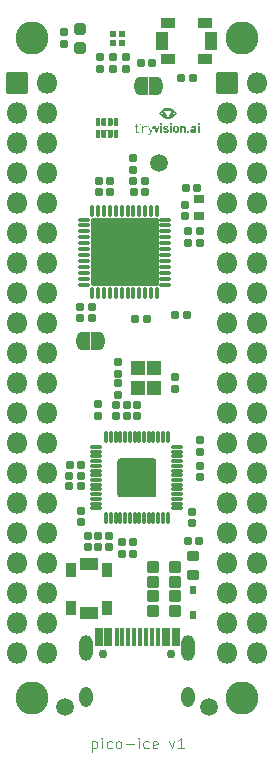
<source format=gbr>
G04 #@! TF.GenerationSoftware,KiCad,Pcbnew,(6.0.5)*
G04 #@! TF.CreationDate,2022-12-13T18:03:46-08:00*
G04 #@! TF.ProjectId,pico-ice,7069636f-2d69-4636-952e-6b696361645f,REV1*
G04 #@! TF.SameCoordinates,Original*
G04 #@! TF.FileFunction,Soldermask,Top*
G04 #@! TF.FilePolarity,Negative*
%FSLAX46Y46*%
G04 Gerber Fmt 4.6, Leading zero omitted, Abs format (unit mm)*
G04 Created by KiCad (PCBNEW (6.0.5)) date 2022-12-13 18:03:46*
%MOMM*%
%LPD*%
G01*
G04 APERTURE LIST*
G04 Aperture macros list*
%AMRoundRect*
0 Rectangle with rounded corners*
0 $1 Rounding radius*
0 $2 $3 $4 $5 $6 $7 $8 $9 X,Y pos of 4 corners*
0 Add a 4 corners polygon primitive as box body*
4,1,4,$2,$3,$4,$5,$6,$7,$8,$9,$2,$3,0*
0 Add four circle primitives for the rounded corners*
1,1,$1+$1,$2,$3*
1,1,$1+$1,$4,$5*
1,1,$1+$1,$6,$7*
1,1,$1+$1,$8,$9*
0 Add four rect primitives between the rounded corners*
20,1,$1+$1,$2,$3,$4,$5,0*
20,1,$1+$1,$4,$5,$6,$7,0*
20,1,$1+$1,$6,$7,$8,$9,0*
20,1,$1+$1,$8,$9,$2,$3,0*%
%AMFreePoly0*
4,1,37,0.536062,0.786062,0.551000,0.750000,0.551000,-0.750000,0.536062,-0.786062,0.500000,-0.801000,0.000000,-0.801000,-0.012525,-0.795812,-0.080875,-0.794559,-0.095149,-0.792248,-0.230464,-0.749973,-0.243516,-0.743747,-0.361526,-0.665192,-0.372306,-0.655554,-0.463526,-0.547035,-0.471167,-0.534759,-0.528262,-0.405000,-0.532150,-0.391073,-0.549733,-0.256613,-0.548336,-0.256430,-0.551000,-0.250000,
-0.551000,0.250000,-0.550512,0.251179,-0.550356,0.263956,-0.528545,0.404033,-0.524317,0.417860,-0.464069,0.546185,-0.456130,0.558271,-0.362286,0.664529,-0.351274,0.673901,-0.231379,0.749549,-0.218180,0.755454,-0.081873,0.794411,-0.067546,0.796373,-0.011990,0.796033,0.000000,0.801000,0.500000,0.801000,0.536062,0.786062,0.536062,0.786062,$1*%
%AMFreePoly1*
4,1,37,0.012349,0.795885,0.074216,0.795507,0.088518,0.793370,0.224339,0.752751,0.237465,0.746685,0.356427,0.669578,0.367324,0.660073,0.459862,0.552676,0.467652,0.540494,0.526329,0.411442,0.530388,0.397563,0.550485,0.257230,0.551000,0.250000,0.551000,-0.250000,0.550996,-0.250622,0.550847,-0.262838,0.550144,-0.270677,0.526624,-0.410478,0.522228,-0.424254,0.460416,-0.551833,
0.452330,-0.563821,0.357195,-0.668925,0.346069,-0.678161,0.225259,-0.752338,0.211989,-0.758081,0.075216,-0.795370,0.060866,-0.797157,0.011464,-0.796251,0.000000,-0.801000,-0.500000,-0.801000,-0.536062,-0.786062,-0.551000,-0.750000,-0.551000,0.750000,-0.536062,0.786062,-0.500000,0.801000,0.000000,0.801000,0.012349,0.795885,0.012349,0.795885,$1*%
G04 Aperture macros list end*
%ADD10C,0.125000*%
%ADD11RoundRect,0.186000X0.185000X-0.135000X0.185000X0.135000X-0.185000X0.135000X-0.185000X-0.135000X0*%
%ADD12C,2.802000*%
%ADD13RoundRect,0.191000X0.170000X-0.140000X0.170000X0.140000X-0.170000X0.140000X-0.170000X-0.140000X0*%
%ADD14RoundRect,0.251000X-0.275000X0.200000X-0.275000X-0.200000X0.275000X-0.200000X0.275000X0.200000X0*%
%ADD15RoundRect,0.191000X0.140000X0.170000X-0.140000X0.170000X-0.140000X-0.170000X0.140000X-0.170000X0*%
%ADD16RoundRect,0.191000X-0.170000X0.140000X-0.170000X-0.140000X0.170000X-0.140000X0.170000X0.140000X0*%
%ADD17RoundRect,0.269750X-0.256250X0.218750X-0.256250X-0.218750X0.256250X-0.218750X0.256250X0.218750X0*%
%ADD18RoundRect,0.186000X-0.135000X-0.185000X0.135000X-0.185000X0.135000X0.185000X-0.135000X0.185000X0*%
%ADD19RoundRect,0.191000X-0.140000X-0.170000X0.140000X-0.170000X0.140000X0.170000X-0.140000X0.170000X0*%
%ADD20RoundRect,0.051000X-0.475000X-0.700000X0.475000X-0.700000X0.475000X0.700000X-0.475000X0.700000X0*%
%ADD21RoundRect,0.051000X0.575000X-0.375000X0.575000X0.375000X-0.575000X0.375000X-0.575000X-0.375000X0*%
%ADD22RoundRect,0.288500X0.250000X0.237500X-0.250000X0.237500X-0.250000X-0.237500X0.250000X-0.237500X0*%
%ADD23C,0.752000*%
%ADD24RoundRect,0.051000X-0.300000X-0.725000X0.300000X-0.725000X0.300000X0.725000X-0.300000X0.725000X0*%
%ADD25RoundRect,0.051000X-0.150000X-0.725000X0.150000X-0.725000X0.150000X0.725000X-0.150000X0.725000X0*%
%ADD26O,1.102000X2.202000*%
%ADD27O,1.102000X1.702000*%
%ADD28RoundRect,0.186000X-0.185000X0.135000X-0.185000X-0.135000X0.185000X-0.135000X0.185000X0.135000X0*%
%ADD29FreePoly0,0.000000*%
%ADD30FreePoly1,0.000000*%
%ADD31RoundRect,0.051000X-0.850000X-0.850000X0.850000X-0.850000X0.850000X0.850000X-0.850000X0.850000X0*%
%ADD32O,1.802000X1.802000*%
%ADD33RoundRect,0.288500X-0.250000X-0.237500X0.250000X-0.237500X0.250000X0.237500X-0.250000X0.237500X0*%
%ADD34RoundRect,0.051000X-0.225000X0.300000X-0.225000X-0.300000X0.225000X-0.300000X0.225000X0.300000X0*%
%ADD35RoundRect,0.051000X-0.215000X-0.215000X0.215000X-0.215000X0.215000X0.215000X-0.215000X0.215000X0*%
%ADD36C,1.500000*%
%ADD37RoundRect,0.051000X-0.700000X0.475000X-0.700000X-0.475000X0.700000X-0.475000X0.700000X0.475000X0*%
%ADD38RoundRect,0.051000X-0.375000X-0.575000X0.375000X-0.575000X0.375000X0.575000X-0.375000X0.575000X0*%
%ADD39RoundRect,0.051000X0.160000X-0.250000X0.160000X0.250000X-0.160000X0.250000X-0.160000X-0.250000X0*%
%ADD40RoundRect,0.101000X0.387500X0.050000X-0.387500X0.050000X-0.387500X-0.050000X0.387500X-0.050000X0*%
%ADD41RoundRect,0.101000X0.050000X0.387500X-0.050000X0.387500X-0.050000X-0.387500X0.050000X-0.387500X0*%
%ADD42RoundRect,0.195000X1.456000X1.456000X-1.456000X1.456000X-1.456000X-1.456000X1.456000X-1.456000X0*%
%ADD43RoundRect,0.051000X-0.500000X0.575000X-0.500000X-0.575000X0.500000X-0.575000X0.500000X0.575000X0*%
%ADD44RoundRect,0.051000X-0.350000X0.300000X-0.350000X-0.300000X0.350000X-0.300000X0.350000X0.300000X0*%
%ADD45RoundRect,0.113500X0.062500X-0.375000X0.062500X0.375000X-0.062500X0.375000X-0.062500X-0.375000X0*%
%ADD46RoundRect,0.113500X0.375000X-0.062500X0.375000X0.062500X-0.375000X0.062500X-0.375000X-0.062500X0*%
%ADD47RoundRect,0.051000X2.800000X-2.800000X2.800000X2.800000X-2.800000X2.800000X-2.800000X-2.800000X0*%
G04 APERTURE END LIST*
D10*
X68593975Y-135705213D02*
X68593975Y-136605213D01*
X68593975Y-135748071D02*
X68679689Y-135705213D01*
X68851118Y-135705213D01*
X68936832Y-135748071D01*
X68979689Y-135790928D01*
X69022546Y-135876642D01*
X69022546Y-136133785D01*
X68979689Y-136219499D01*
X68936832Y-136262356D01*
X68851118Y-136305213D01*
X68679689Y-136305213D01*
X68593975Y-136262356D01*
X69408260Y-136305213D02*
X69408260Y-135705213D01*
X69408260Y-135405213D02*
X69365403Y-135448071D01*
X69408260Y-135490928D01*
X69451118Y-135448071D01*
X69408260Y-135405213D01*
X69408260Y-135490928D01*
X70222546Y-136262356D02*
X70136832Y-136305213D01*
X69965403Y-136305213D01*
X69879689Y-136262356D01*
X69836832Y-136219499D01*
X69793975Y-136133785D01*
X69793975Y-135876642D01*
X69836832Y-135790928D01*
X69879689Y-135748071D01*
X69965403Y-135705213D01*
X70136832Y-135705213D01*
X70222546Y-135748071D01*
X70736832Y-136305213D02*
X70651118Y-136262356D01*
X70608260Y-136219499D01*
X70565403Y-136133785D01*
X70565403Y-135876642D01*
X70608260Y-135790928D01*
X70651118Y-135748071D01*
X70736832Y-135705213D01*
X70865403Y-135705213D01*
X70951118Y-135748071D01*
X70993975Y-135790928D01*
X71036832Y-135876642D01*
X71036832Y-136133785D01*
X70993975Y-136219499D01*
X70951118Y-136262356D01*
X70865403Y-136305213D01*
X70736832Y-136305213D01*
X71422546Y-135962356D02*
X72108260Y-135962356D01*
X72536832Y-136305213D02*
X72536832Y-135705213D01*
X72536832Y-135405213D02*
X72493975Y-135448071D01*
X72536832Y-135490928D01*
X72579689Y-135448071D01*
X72536832Y-135405213D01*
X72536832Y-135490928D01*
X73351118Y-136262356D02*
X73265403Y-136305213D01*
X73093975Y-136305213D01*
X73008260Y-136262356D01*
X72965403Y-136219499D01*
X72922546Y-136133785D01*
X72922546Y-135876642D01*
X72965403Y-135790928D01*
X73008260Y-135748071D01*
X73093975Y-135705213D01*
X73265403Y-135705213D01*
X73351118Y-135748071D01*
X74079689Y-136262356D02*
X73993975Y-136305213D01*
X73822546Y-136305213D01*
X73736832Y-136262356D01*
X73693975Y-136176642D01*
X73693975Y-135833785D01*
X73736832Y-135748071D01*
X73822546Y-135705213D01*
X73993975Y-135705213D01*
X74079689Y-135748071D01*
X74122546Y-135833785D01*
X74122546Y-135919499D01*
X73693975Y-136005213D01*
X75108260Y-135705213D02*
X75322546Y-136305213D01*
X75536832Y-135705213D01*
X76351118Y-136305213D02*
X75836832Y-136305213D01*
X76093975Y-136305213D02*
X76093975Y-135405213D01*
X76008260Y-135533785D01*
X75922546Y-135619499D01*
X75836832Y-135662356D01*
G36*
X76367338Y-83600759D02*
G01*
X76382655Y-83601406D01*
X76394436Y-83602642D01*
X76404055Y-83604594D01*
X76410044Y-83606389D01*
X76419669Y-83609894D01*
X76426606Y-83612919D01*
X76428924Y-83614407D01*
X76432355Y-83617116D01*
X76439427Y-83621665D01*
X76444839Y-83624881D01*
X76465105Y-83640120D01*
X76482484Y-83660494D01*
X76496552Y-83685344D01*
X76506883Y-83714015D01*
X76509605Y-83725145D01*
X76510637Y-83730713D01*
X76511537Y-83737537D01*
X76512320Y-83746097D01*
X76512998Y-83756868D01*
X76513586Y-83770328D01*
X76514095Y-83786956D01*
X76514540Y-83807228D01*
X76514935Y-83831623D01*
X76515291Y-83860617D01*
X76515623Y-83894688D01*
X76515944Y-83934314D01*
X76516119Y-83958501D01*
X76517597Y-84168542D01*
X76353404Y-84168542D01*
X76353380Y-83997834D01*
X76353325Y-83954671D01*
X76353158Y-83917334D01*
X76352857Y-83885359D01*
X76352399Y-83858278D01*
X76351762Y-83835628D01*
X76350923Y-83816941D01*
X76349860Y-83801752D01*
X76348551Y-83789596D01*
X76346973Y-83780005D01*
X76345104Y-83772515D01*
X76342921Y-83766661D01*
X76342185Y-83765121D01*
X76330567Y-83748437D01*
X76315465Y-83736751D01*
X76297648Y-83730430D01*
X76277884Y-83729844D01*
X76270963Y-83730994D01*
X76253127Y-83736503D01*
X76238821Y-83745083D01*
X76227143Y-83757613D01*
X76217192Y-83774976D01*
X76211183Y-83789371D01*
X76209675Y-83793488D01*
X76208392Y-83797546D01*
X76207316Y-83802076D01*
X76206422Y-83807609D01*
X76205690Y-83814678D01*
X76205099Y-83823812D01*
X76204626Y-83835545D01*
X76204249Y-83850406D01*
X76203948Y-83868927D01*
X76203701Y-83891640D01*
X76203485Y-83919076D01*
X76203279Y-83951766D01*
X76203073Y-83988394D01*
X76202075Y-84168542D01*
X76038736Y-84168542D01*
X76038736Y-83608433D01*
X76189604Y-83608433D01*
X76190477Y-83653138D01*
X76191350Y-83697844D01*
X76205098Y-83676730D01*
X76212087Y-83667086D01*
X76221072Y-83656207D01*
X76231008Y-83645179D01*
X76240851Y-83635089D01*
X76249556Y-83627021D01*
X76256079Y-83622062D01*
X76258702Y-83621019D01*
X76262624Y-83619147D01*
X76268458Y-83614714D01*
X76276199Y-83609397D01*
X76286029Y-83605501D01*
X76298901Y-83602855D01*
X76315769Y-83601286D01*
X76337587Y-83600624D01*
X76347111Y-83600575D01*
X76367338Y-83600759D01*
G37*
G36*
X72671789Y-83498299D02*
G01*
X72593122Y-83498299D01*
X72593122Y-83413338D01*
X72671789Y-83413338D01*
X72671789Y-83498299D01*
G37*
G36*
X75315000Y-83564379D02*
G01*
X75151372Y-83564379D01*
X75151372Y-83397605D01*
X75315000Y-83397605D01*
X75315000Y-83564379D01*
G37*
G36*
X76806526Y-84168542D02*
G01*
X76636605Y-84168542D01*
X76636605Y-83995474D01*
X76806526Y-83995474D01*
X76806526Y-84168542D01*
G37*
G36*
X76905236Y-83965581D02*
G01*
X76913934Y-83942549D01*
X76924408Y-83923648D01*
X76938015Y-83906727D01*
X76949372Y-83895598D01*
X76966875Y-83881380D01*
X76986374Y-83869092D01*
X77008486Y-83858542D01*
X77033833Y-83849537D01*
X77063034Y-83841885D01*
X77096709Y-83835393D01*
X77135477Y-83829869D01*
X77174688Y-83825618D01*
X77190653Y-83824056D01*
X77205702Y-83822528D01*
X77217912Y-83821234D01*
X77224248Y-83820511D01*
X77237621Y-83818874D01*
X77237621Y-83796038D01*
X77235724Y-83770352D01*
X77229937Y-83749483D01*
X77220117Y-83733196D01*
X77206124Y-83721251D01*
X77188201Y-83713523D01*
X77165609Y-83709638D01*
X77142880Y-83710591D01*
X77121373Y-83716046D01*
X77102449Y-83725667D01*
X77088239Y-83738200D01*
X77080278Y-83749637D01*
X77073509Y-83763166D01*
X77068989Y-83776368D01*
X77067700Y-83785207D01*
X77065721Y-83789636D01*
X77059047Y-83790956D01*
X77050174Y-83790650D01*
X77038009Y-83789807D01*
X77023881Y-83788568D01*
X77009119Y-83787078D01*
X76995049Y-83785482D01*
X76983001Y-83783922D01*
X76974302Y-83782542D01*
X76970280Y-83781487D01*
X76970153Y-83781326D01*
X76967246Y-83780148D01*
X76959457Y-83778801D01*
X76948188Y-83777502D01*
X76941833Y-83776950D01*
X76927731Y-83775786D01*
X76918995Y-83774179D01*
X76914740Y-83770949D01*
X76914082Y-83764914D01*
X76916138Y-83754893D01*
X76918488Y-83745767D01*
X76929305Y-83714850D01*
X76944900Y-83687860D01*
X76965406Y-83664656D01*
X76990957Y-83645092D01*
X77021688Y-83629027D01*
X77030874Y-83625276D01*
X77041854Y-83620869D01*
X77050363Y-83617159D01*
X77054841Y-83614831D01*
X77055114Y-83614595D01*
X77058702Y-83613082D01*
X77066937Y-83610680D01*
X77078307Y-83607815D01*
X77083434Y-83606625D01*
X77101051Y-83603702D01*
X77123229Y-83601641D01*
X77148367Y-83600443D01*
X77174864Y-83600108D01*
X77201119Y-83600638D01*
X77225529Y-83602033D01*
X77246495Y-83604294D01*
X77258861Y-83606528D01*
X77270641Y-83609528D01*
X77279630Y-83612379D01*
X77284406Y-83614607D01*
X77284821Y-83615181D01*
X77287350Y-83617623D01*
X77289177Y-83617873D01*
X77293799Y-83619216D01*
X77302470Y-83622808D01*
X77313657Y-83627993D01*
X77319052Y-83630645D01*
X77341887Y-83644224D01*
X77361402Y-83660138D01*
X77376444Y-83677358D01*
X77382571Y-83687356D01*
X77385729Y-83693602D01*
X77388457Y-83699527D01*
X77390792Y-83705630D01*
X77392769Y-83712411D01*
X77394427Y-83720367D01*
X77395801Y-83729999D01*
X77396928Y-83741803D01*
X77397846Y-83756280D01*
X77398591Y-83773928D01*
X77399199Y-83795246D01*
X77399709Y-83820732D01*
X77400156Y-83850885D01*
X77400577Y-83886204D01*
X77401009Y-83927188D01*
X77401128Y-83938834D01*
X77401636Y-83984677D01*
X77402168Y-84024462D01*
X77402730Y-84058427D01*
X77403330Y-84086807D01*
X77403973Y-84109839D01*
X77404666Y-84127758D01*
X77405415Y-84140802D01*
X77406227Y-84149205D01*
X77406940Y-84152787D01*
X77409411Y-84160626D01*
X77410653Y-84165733D01*
X77410689Y-84166161D01*
X77407681Y-84166807D01*
X77399217Y-84167386D01*
X77386131Y-84167874D01*
X77369259Y-84168245D01*
X77349438Y-84168476D01*
X77330773Y-84168542D01*
X77250858Y-84168542D01*
X77247391Y-84142581D01*
X77245623Y-84128416D01*
X77244134Y-84114814D01*
X77243208Y-84104403D01*
X77243133Y-84103235D01*
X77242341Y-84089849D01*
X77220893Y-84115238D01*
X77199922Y-84137378D01*
X77178400Y-84154264D01*
X77155201Y-84166423D01*
X77129199Y-84174380D01*
X77099269Y-84178664D01*
X77083434Y-84179561D01*
X77066856Y-84179824D01*
X77050624Y-84179552D01*
X77036916Y-84178809D01*
X77029785Y-84178011D01*
X77010501Y-84173615D01*
X76990155Y-84166812D01*
X76971608Y-84158639D01*
X76962958Y-84153777D01*
X76953593Y-84147271D01*
X76943890Y-84139546D01*
X76935185Y-84131797D01*
X76928815Y-84125221D01*
X76926117Y-84121012D01*
X76926100Y-84120808D01*
X76924453Y-84116607D01*
X76920305Y-84109492D01*
X76918150Y-84106228D01*
X76907891Y-84086398D01*
X76900910Y-84062576D01*
X76897343Y-84036222D01*
X76897323Y-84008793D01*
X76898401Y-84000830D01*
X77071914Y-84000830D01*
X77072736Y-84019046D01*
X77078105Y-84035656D01*
X77087445Y-84050010D01*
X77100176Y-84061462D01*
X77115720Y-84069362D01*
X77133499Y-84073063D01*
X77152932Y-84071917D01*
X77173443Y-84065275D01*
X77176815Y-84063644D01*
X77195692Y-84050725D01*
X77211931Y-84032922D01*
X77224719Y-84011371D01*
X77233241Y-83987212D01*
X77234083Y-83983519D01*
X77235659Y-83972793D01*
X77236874Y-83958246D01*
X77237545Y-83942350D01*
X77237621Y-83935532D01*
X77237621Y-83904220D01*
X77228593Y-83904220D01*
X77216282Y-83905139D01*
X77200004Y-83907620D01*
X77181769Y-83911250D01*
X77163585Y-83915613D01*
X77147461Y-83920296D01*
X77142711Y-83921921D01*
X77123723Y-83929603D01*
X77109357Y-83937673D01*
X77097989Y-83947287D01*
X77087992Y-83959604D01*
X77086232Y-83962170D01*
X77076220Y-83981655D01*
X77071914Y-84000830D01*
X76898401Y-84000830D01*
X76900984Y-83981749D01*
X76905236Y-83965581D01*
G37*
G36*
X75315000Y-84168542D02*
G01*
X75151372Y-84168542D01*
X75151372Y-83608433D01*
X75315000Y-83608433D01*
X75315000Y-84168542D01*
G37*
G36*
X72668642Y-84168542D02*
G01*
X72599415Y-84168542D01*
X72599415Y-83608433D01*
X72668642Y-83608433D01*
X72668642Y-84168542D01*
G37*
G36*
X73103766Y-83594233D02*
G01*
X73115477Y-83595519D01*
X73128474Y-83597954D01*
X73142106Y-83601288D01*
X73154985Y-83605081D01*
X73165723Y-83608889D01*
X73172933Y-83612269D01*
X73175257Y-83614580D01*
X73177688Y-83617350D01*
X73183989Y-83622243D01*
X73190808Y-83626889D01*
X73210425Y-83643179D01*
X73227622Y-83664833D01*
X73242004Y-83691254D01*
X73252673Y-83720140D01*
X73253785Y-83724293D01*
X73254749Y-83729073D01*
X73255576Y-83734958D01*
X73256283Y-83742426D01*
X73256881Y-83751952D01*
X73257385Y-83764015D01*
X73257809Y-83779091D01*
X73258166Y-83797657D01*
X73258470Y-83820191D01*
X73258734Y-83847170D01*
X73258974Y-83879070D01*
X73259201Y-83916370D01*
X73259401Y-83953781D01*
X73260503Y-84168542D01*
X73194622Y-84168542D01*
X73193383Y-83966367D01*
X73193128Y-83925636D01*
X73192886Y-83890687D01*
X73192640Y-83861009D01*
X73192371Y-83836089D01*
X73192060Y-83815418D01*
X73191691Y-83798483D01*
X73191243Y-83784773D01*
X73190700Y-83773777D01*
X73190042Y-83764983D01*
X73189252Y-83757880D01*
X73188311Y-83751957D01*
X73187200Y-83746702D01*
X73185903Y-83741604D01*
X73185271Y-83739291D01*
X73175713Y-83712260D01*
X73163323Y-83690747D01*
X73147790Y-83674506D01*
X73128805Y-83663289D01*
X73106058Y-83656850D01*
X73079472Y-83654939D01*
X73049364Y-83657727D01*
X73022045Y-83665786D01*
X72996725Y-83679448D01*
X72972615Y-83699043D01*
X72971325Y-83700283D01*
X72953994Y-83719373D01*
X72940177Y-83740108D01*
X72929040Y-83763990D01*
X72919751Y-83792521D01*
X72919370Y-83793911D01*
X72917973Y-83799335D01*
X72916785Y-83804879D01*
X72915787Y-83811097D01*
X72914955Y-83818546D01*
X72914270Y-83827784D01*
X72913710Y-83839366D01*
X72913253Y-83853849D01*
X72912878Y-83871790D01*
X72912565Y-83893746D01*
X72912291Y-83920272D01*
X72912035Y-83951926D01*
X72911776Y-83989263D01*
X72911751Y-83993114D01*
X72910597Y-84168542D01*
X72838563Y-84168542D01*
X72838563Y-83608433D01*
X72910936Y-83608433D01*
X72910936Y-83706955D01*
X72923583Y-83687389D01*
X72941426Y-83663109D01*
X72960907Y-83642560D01*
X72980842Y-83626988D01*
X72981259Y-83626721D01*
X72990643Y-83620553D01*
X72998203Y-83615208D01*
X73001546Y-83612514D01*
X73008125Y-83608633D01*
X73019327Y-83604448D01*
X73033526Y-83600406D01*
X73049093Y-83596952D01*
X73064404Y-83594531D01*
X73068932Y-83594052D01*
X73085488Y-83593476D01*
X73103766Y-83594233D01*
G37*
G36*
X74843378Y-83600469D02*
G01*
X74865718Y-83601498D01*
X74885130Y-83603265D01*
X74900125Y-83605770D01*
X74902777Y-83606447D01*
X74913343Y-83609659D01*
X74921270Y-83612559D01*
X74924804Y-83614490D01*
X74928190Y-83617003D01*
X74935649Y-83621459D01*
X74945641Y-83626943D01*
X74946838Y-83627575D01*
X74966582Y-83640448D01*
X74986171Y-83657692D01*
X75003860Y-83677589D01*
X75016888Y-83696639D01*
X75024739Y-83710963D01*
X75031111Y-83724200D01*
X75035535Y-83735211D01*
X75037541Y-83742858D01*
X75037132Y-83745749D01*
X75033686Y-83747119D01*
X75025340Y-83749799D01*
X75013269Y-83753454D01*
X74998650Y-83757748D01*
X74982657Y-83762349D01*
X74966465Y-83766921D01*
X74951250Y-83771130D01*
X74938187Y-83774641D01*
X74928451Y-83777120D01*
X74923218Y-83778233D01*
X74922879Y-83778262D01*
X74919793Y-83775637D01*
X74915936Y-83768870D01*
X74914065Y-83764453D01*
X74904433Y-83746796D01*
X74890379Y-83730754D01*
X74873765Y-83718301D01*
X74867503Y-83715071D01*
X74859209Y-83711689D01*
X74851137Y-83709488D01*
X74841587Y-83708227D01*
X74828859Y-83707664D01*
X74814678Y-83707553D01*
X74798227Y-83707705D01*
X74786434Y-83708321D01*
X74777669Y-83709638D01*
X74770300Y-83711895D01*
X74763237Y-83715063D01*
X74748750Y-83724875D01*
X74739651Y-83736972D01*
X74736176Y-83750600D01*
X74738560Y-83765007D01*
X74744206Y-83775680D01*
X74748451Y-83781035D01*
X74753552Y-83785489D01*
X74760291Y-83789290D01*
X74769452Y-83792683D01*
X74781816Y-83795914D01*
X74798168Y-83799230D01*
X74819290Y-83802876D01*
X74842479Y-83806559D01*
X74863580Y-83809955D01*
X74884633Y-83813557D01*
X74904043Y-83817076D01*
X74920217Y-83820225D01*
X74930459Y-83822450D01*
X74964116Y-83832789D01*
X74992605Y-83846670D01*
X75016060Y-83864241D01*
X75034613Y-83885650D01*
X75048396Y-83911046D01*
X75057543Y-83940576D01*
X75061778Y-83969110D01*
X75061809Y-84003194D01*
X75056090Y-84035781D01*
X75044969Y-84066262D01*
X75028791Y-84094025D01*
X75007903Y-84118462D01*
X74982652Y-84138963D01*
X74957186Y-84153222D01*
X74925332Y-84165137D01*
X74889359Y-84173818D01*
X74850643Y-84179094D01*
X74810561Y-84180795D01*
X74770490Y-84178752D01*
X74759916Y-84177545D01*
X74730042Y-84172414D01*
X74703346Y-84164774D01*
X74676934Y-84153770D01*
X74673201Y-84151965D01*
X74658508Y-84144127D01*
X74646102Y-84135789D01*
X74633860Y-84125363D01*
X74621928Y-84113602D01*
X74605189Y-84094329D01*
X74590808Y-84073668D01*
X74579603Y-84053024D01*
X74572389Y-84033804D01*
X74570549Y-84025254D01*
X74568648Y-84012555D01*
X74632662Y-84003960D01*
X74652294Y-84001360D01*
X74670012Y-83999082D01*
X74684792Y-83997250D01*
X74695607Y-83995993D01*
X74701434Y-83995436D01*
X74701940Y-83995420D01*
X74706697Y-83998368D01*
X74710727Y-84006156D01*
X74710801Y-84006379D01*
X74717105Y-84018615D01*
X74727421Y-84031596D01*
X74740006Y-84043516D01*
X74753117Y-84052574D01*
X74757523Y-84054740D01*
X74783019Y-84062738D01*
X74811393Y-84066515D01*
X74840787Y-84065996D01*
X74869342Y-84061103D01*
X74874805Y-84059588D01*
X74890424Y-84052865D01*
X74903599Y-84043234D01*
X74913204Y-84031828D01*
X74918116Y-84019784D01*
X74918518Y-84015468D01*
X74916887Y-84003744D01*
X74911658Y-83994054D01*
X74902332Y-83986117D01*
X74888407Y-83979652D01*
X74869381Y-83974379D01*
X74844755Y-83970015D01*
X74835131Y-83968703D01*
X74823276Y-83966961D01*
X74808799Y-83964501D01*
X74792937Y-83961575D01*
X74776927Y-83958433D01*
X74762008Y-83955326D01*
X74749416Y-83952506D01*
X74740390Y-83950223D01*
X74736166Y-83948728D01*
X74736034Y-83948605D01*
X74732403Y-83946739D01*
X74724331Y-83943965D01*
X74713496Y-83940855D01*
X74712411Y-83940570D01*
X74680423Y-83929509D01*
X74653059Y-83914199D01*
X74630270Y-83894606D01*
X74613607Y-83873248D01*
X74599785Y-83846085D01*
X74591398Y-83816889D01*
X74588341Y-83786613D01*
X74590506Y-83756207D01*
X74597788Y-83726622D01*
X74610081Y-83698809D01*
X74627278Y-83673718D01*
X74637077Y-83663084D01*
X74647414Y-83654090D01*
X74660325Y-83644601D01*
X74674430Y-83635443D01*
X74688349Y-83627439D01*
X74700701Y-83621414D01*
X74710107Y-83618192D01*
X74712775Y-83617873D01*
X74716726Y-83616244D01*
X74717131Y-83615065D01*
X74719947Y-83612996D01*
X74727392Y-83610094D01*
X74737961Y-83606930D01*
X74739944Y-83606411D01*
X74754559Y-83603744D01*
X74773701Y-83601816D01*
X74795879Y-83600628D01*
X74819601Y-83600179D01*
X74843378Y-83600469D01*
G37*
G36*
X74264873Y-82530064D02*
G01*
X74268127Y-82526584D01*
X74274008Y-82518978D01*
X74281679Y-82508374D01*
X74290174Y-82496081D01*
X74314080Y-82461496D01*
X74336494Y-82430826D01*
X74358566Y-82402702D01*
X74381441Y-82375752D01*
X74406269Y-82348606D01*
X74434198Y-82319892D01*
X74454554Y-82299740D01*
X74496620Y-82260227D01*
X74537245Y-82225605D01*
X74577584Y-82195030D01*
X74618792Y-82167659D01*
X74662022Y-82142651D01*
X74688810Y-82128729D01*
X74705044Y-82120534D01*
X74719456Y-82113121D01*
X74731038Y-82107021D01*
X74738781Y-82102762D01*
X74741518Y-82101051D01*
X74747039Y-82098113D01*
X74757543Y-82093954D01*
X74771918Y-82088920D01*
X74789052Y-82083356D01*
X74807833Y-82077609D01*
X74827150Y-82072024D01*
X74845889Y-82066946D01*
X74862939Y-82062721D01*
X74869744Y-82061194D01*
X74882556Y-82058501D01*
X74893563Y-82056424D01*
X74903870Y-82054888D01*
X74914582Y-82053815D01*
X74926805Y-82053127D01*
X74941644Y-82052748D01*
X74960204Y-82052601D01*
X74983591Y-82052608D01*
X74992465Y-82052630D01*
X75017898Y-82052740D01*
X75038159Y-82052964D01*
X75054369Y-82053381D01*
X75067649Y-82054072D01*
X75079119Y-82055118D01*
X75089901Y-82056599D01*
X75101117Y-82058596D01*
X75113886Y-82061189D01*
X75115025Y-82061429D01*
X75130753Y-82065051D01*
X75148468Y-82069646D01*
X75167109Y-82074882D01*
X75185619Y-82080424D01*
X75202940Y-82085941D01*
X75218014Y-82091098D01*
X75229782Y-82095563D01*
X75237185Y-82099003D01*
X75239139Y-82100503D01*
X75242753Y-82103078D01*
X75250662Y-82107282D01*
X75261349Y-82112326D01*
X75264653Y-82113790D01*
X75293191Y-82127442D01*
X75324786Y-82144620D01*
X75358010Y-82164437D01*
X75391437Y-82186004D01*
X75423639Y-82208432D01*
X75453188Y-82230833D01*
X75455027Y-82232302D01*
X75468758Y-82243888D01*
X75485851Y-82259214D01*
X75505401Y-82277393D01*
X75526505Y-82297540D01*
X75548259Y-82318767D01*
X75569757Y-82340188D01*
X75590096Y-82360916D01*
X75608372Y-82380065D01*
X75623680Y-82396749D01*
X75629392Y-82403254D01*
X75639974Y-82415509D01*
X75649691Y-82426724D01*
X75657461Y-82435651D01*
X75662173Y-82441014D01*
X75667357Y-82447104D01*
X75675451Y-82456925D01*
X75685475Y-82469260D01*
X75696452Y-82482891D01*
X75707403Y-82496601D01*
X75717351Y-82509173D01*
X75725316Y-82519389D01*
X75728540Y-82523618D01*
X75737407Y-82535421D01*
X75713431Y-82568644D01*
X75704484Y-82581175D01*
X75697054Y-82591838D01*
X75691833Y-82599621D01*
X75689511Y-82603511D01*
X75689455Y-82603717D01*
X75687504Y-82607229D01*
X75682362Y-82614079D01*
X75675092Y-82622972D01*
X75666759Y-82632611D01*
X75658427Y-82641698D01*
X75657462Y-82642706D01*
X75651770Y-82648779D01*
X75642871Y-82658467D01*
X75631749Y-82670688D01*
X75619390Y-82684362D01*
X75611765Y-82692842D01*
X75560262Y-82747602D01*
X75509035Y-82796663D01*
X75457457Y-82840556D01*
X75404901Y-82879809D01*
X75350741Y-82914955D01*
X75344893Y-82918453D01*
X75331699Y-82926407D01*
X75320544Y-82933362D01*
X75312516Y-82938623D01*
X75308702Y-82941494D01*
X75308578Y-82941649D01*
X75304649Y-82944556D01*
X75295923Y-82949297D01*
X75283456Y-82955400D01*
X75268306Y-82962392D01*
X75251531Y-82969800D01*
X75234187Y-82977153D01*
X75217332Y-82983977D01*
X75202024Y-82989800D01*
X75196149Y-82991890D01*
X75147801Y-83007049D01*
X75101900Y-83017992D01*
X75056529Y-83025038D01*
X75009773Y-83028508D01*
X74974210Y-83028972D01*
X74956185Y-83028742D01*
X74939724Y-83028414D01*
X74926149Y-83028025D01*
X74916781Y-83027608D01*
X74913798Y-83027368D01*
X74890705Y-83023989D01*
X74864491Y-83019172D01*
X74837999Y-83013487D01*
X74814071Y-83007505D01*
X74811787Y-83006873D01*
X74791800Y-83000734D01*
X74769828Y-82993061D01*
X74747033Y-82984349D01*
X74724573Y-82975092D01*
X74703609Y-82965783D01*
X74685302Y-82956918D01*
X74670811Y-82948989D01*
X74662064Y-82943120D01*
X74657206Y-82939619D01*
X74648220Y-82933476D01*
X74636260Y-82925469D01*
X74622482Y-82916375D01*
X74618010Y-82913449D01*
X74586756Y-82892073D01*
X74555285Y-82868748D01*
X74524699Y-82844390D01*
X74496097Y-82819916D01*
X74470579Y-82796243D01*
X74449246Y-82774287D01*
X74444201Y-82768605D01*
X74434105Y-82757079D01*
X74421687Y-82743072D01*
X74408870Y-82728748D01*
X74401939Y-82721069D01*
X74387648Y-82704890D01*
X74372131Y-82686629D01*
X74356303Y-82667426D01*
X74341077Y-82648423D01*
X74327370Y-82630759D01*
X74316094Y-82615576D01*
X74308568Y-82604642D01*
X74299910Y-82591616D01*
X74290348Y-82577922D01*
X74280924Y-82564984D01*
X74272677Y-82554226D01*
X74266651Y-82547073D01*
X74265921Y-82546317D01*
X74261377Y-82539069D01*
X74261763Y-82535999D01*
X74393073Y-82535999D01*
X74412715Y-82560998D01*
X74422546Y-82573663D01*
X74432232Y-82586396D01*
X74440229Y-82597160D01*
X74442872Y-82600826D01*
X74457261Y-82619571D01*
X74475737Y-82641248D01*
X74497393Y-82664960D01*
X74521319Y-82689813D01*
X74546606Y-82714911D01*
X74572346Y-82739359D01*
X74597631Y-82762261D01*
X74621551Y-82782723D01*
X74643198Y-82799848D01*
X74649729Y-82804644D01*
X74661118Y-82812768D01*
X74670453Y-82819335D01*
X74676659Y-82823596D01*
X74678671Y-82824846D01*
X74677292Y-82822632D01*
X74672849Y-82816715D01*
X74666238Y-82808283D01*
X74664817Y-82806503D01*
X74644322Y-82777619D01*
X74625022Y-82744165D01*
X74607709Y-82707851D01*
X74593179Y-82670387D01*
X74582223Y-82633482D01*
X74579913Y-82623522D01*
X74577132Y-82605918D01*
X74575177Y-82583667D01*
X74574046Y-82558357D01*
X74573743Y-82531580D01*
X74574266Y-82504926D01*
X74575617Y-82479987D01*
X74577796Y-82458352D01*
X74579839Y-82445905D01*
X74589861Y-82407252D01*
X74603931Y-82368250D01*
X74613948Y-82346614D01*
X74686086Y-82346614D01*
X74712622Y-82392149D01*
X74721418Y-82407345D01*
X74728982Y-82420606D01*
X74734791Y-82431000D01*
X74738320Y-82437592D01*
X74739157Y-82439473D01*
X74740676Y-82442544D01*
X74744973Y-82450368D01*
X74751660Y-82462262D01*
X74760349Y-82477539D01*
X74770652Y-82495517D01*
X74782180Y-82515509D01*
X74786357Y-82522725D01*
X74798215Y-82543242D01*
X74808982Y-82561970D01*
X74818269Y-82578226D01*
X74825688Y-82591327D01*
X74830852Y-82600590D01*
X74833372Y-82605332D01*
X74833558Y-82605796D01*
X74835072Y-82608828D01*
X74839350Y-82616604D01*
X74845996Y-82628425D01*
X74854615Y-82643591D01*
X74864811Y-82661403D01*
X74876187Y-82681163D01*
X74878679Y-82685477D01*
X74890537Y-82706045D01*
X74901558Y-82725252D01*
X74911288Y-82742304D01*
X74919276Y-82756406D01*
X74925071Y-82766765D01*
X74928222Y-82772584D01*
X74928425Y-82772989D01*
X74931603Y-82778998D01*
X74937070Y-82788836D01*
X74944277Y-82801560D01*
X74952677Y-82816228D01*
X74961721Y-82831895D01*
X74970862Y-82847620D01*
X74979551Y-82862458D01*
X74987240Y-82875466D01*
X74993382Y-82885701D01*
X74997428Y-82892221D01*
X74998813Y-82894136D01*
X75000607Y-82891529D01*
X75005052Y-82884226D01*
X75011690Y-82873003D01*
X75020064Y-82858635D01*
X75029718Y-82841900D01*
X75034712Y-82833184D01*
X75044790Y-82815483D01*
X75053725Y-82799648D01*
X75056706Y-82794304D01*
X75339464Y-82794304D01*
X75351618Y-82785381D01*
X75359980Y-82778904D01*
X75366753Y-82773078D01*
X75368493Y-82771356D01*
X75372593Y-82767561D01*
X75380549Y-82760708D01*
X75391314Y-82751681D01*
X75403841Y-82741366D01*
X75407455Y-82738422D01*
X75437562Y-82713060D01*
X75466222Y-82686959D01*
X75494297Y-82659223D01*
X75522650Y-82628956D01*
X75552144Y-82595262D01*
X75583640Y-82557245D01*
X75592996Y-82545627D01*
X75596480Y-82540711D01*
X75596738Y-82536816D01*
X75593491Y-82531473D01*
X75591045Y-82528241D01*
X75581697Y-82516615D01*
X75568871Y-82501484D01*
X75553479Y-82483853D01*
X75536432Y-82464728D01*
X75518642Y-82445113D01*
X75501020Y-82426014D01*
X75484478Y-82408435D01*
X75469928Y-82393382D01*
X75458362Y-82381939D01*
X75446528Y-82370945D01*
X75432919Y-82358766D01*
X75418315Y-82346049D01*
X75403499Y-82333443D01*
X75389253Y-82321595D01*
X75376359Y-82311153D01*
X75365597Y-82302765D01*
X75357750Y-82297080D01*
X75353601Y-82294744D01*
X75353203Y-82294783D01*
X75354054Y-82297802D01*
X75357620Y-82303734D01*
X75358318Y-82304739D01*
X75369131Y-82322369D01*
X75380242Y-82344618D01*
X75391013Y-82369880D01*
X75400804Y-82396551D01*
X75408977Y-82423027D01*
X75414531Y-82445905D01*
X75417297Y-82464240D01*
X75419234Y-82487006D01*
X75420343Y-82512611D01*
X75420624Y-82539465D01*
X75420079Y-82565978D01*
X75418707Y-82590558D01*
X75416510Y-82611616D01*
X75414457Y-82623522D01*
X75404111Y-82661495D01*
X75389447Y-82701080D01*
X75371313Y-82740294D01*
X75350556Y-82777154D01*
X75345086Y-82785723D01*
X75339464Y-82794304D01*
X75056706Y-82794304D01*
X75061071Y-82786481D01*
X75066382Y-82776785D01*
X75069212Y-82771361D01*
X75069559Y-82770512D01*
X75071067Y-82767455D01*
X75075334Y-82759628D01*
X75081978Y-82747716D01*
X75090613Y-82732401D01*
X75100856Y-82714367D01*
X75112322Y-82694297D01*
X75116759Y-82686559D01*
X75128575Y-82665925D01*
X75139309Y-82647089D01*
X75148578Y-82630732D01*
X75155996Y-82617535D01*
X75161181Y-82608178D01*
X75163749Y-82603342D01*
X75163959Y-82602836D01*
X75165457Y-82599822D01*
X75169686Y-82592058D01*
X75176249Y-82580253D01*
X75184749Y-82565117D01*
X75194789Y-82547360D01*
X75205971Y-82527692D01*
X75207441Y-82525113D01*
X75219183Y-82504476D01*
X75230235Y-82484956D01*
X75240110Y-82467417D01*
X75248323Y-82452727D01*
X75254388Y-82441751D01*
X75257818Y-82435355D01*
X75257850Y-82435293D01*
X75262128Y-82427252D01*
X75268677Y-82415361D01*
X75276612Y-82401214D01*
X75285045Y-82386404D01*
X75285168Y-82386190D01*
X75292784Y-82372779D01*
X75299106Y-82361363D01*
X75303546Y-82353028D01*
X75305514Y-82348862D01*
X75305560Y-82348645D01*
X75302484Y-82348359D01*
X75293539Y-82348085D01*
X75279150Y-82347826D01*
X75259742Y-82347585D01*
X75235739Y-82347364D01*
X75207566Y-82347166D01*
X75175647Y-82346994D01*
X75140407Y-82346850D01*
X75102270Y-82346738D01*
X75061662Y-82346660D01*
X75019007Y-82346620D01*
X74995823Y-82346614D01*
X74686086Y-82346614D01*
X74613948Y-82346614D01*
X74621174Y-82331005D01*
X74640718Y-82297623D01*
X74642454Y-82295035D01*
X74647762Y-82287105D01*
X74650703Y-82282087D01*
X74650817Y-82280130D01*
X74647641Y-82281383D01*
X74640715Y-82285995D01*
X74629576Y-82294115D01*
X74617555Y-82303063D01*
X74573120Y-82338855D01*
X74528262Y-82380120D01*
X74483690Y-82426137D01*
X74440112Y-82476188D01*
X74410843Y-82512894D01*
X74393073Y-82535999D01*
X74261763Y-82535999D01*
X74262182Y-82532663D01*
X74264873Y-82530064D01*
G37*
G36*
X75423710Y-83796959D02*
G01*
X75435274Y-83759372D01*
X75450995Y-83724901D01*
X75461294Y-83707800D01*
X75478460Y-83685650D01*
X75499420Y-83664502D01*
X75522601Y-83645670D01*
X75546430Y-83630466D01*
X75563860Y-83622203D01*
X75572390Y-83618521D01*
X75578151Y-83615438D01*
X75579321Y-83614469D01*
X75582947Y-83612421D01*
X75590817Y-83609351D01*
X75599774Y-83606385D01*
X75612753Y-83603654D01*
X75630442Y-83601696D01*
X75651307Y-83600513D01*
X75673813Y-83600107D01*
X75696425Y-83600480D01*
X75717607Y-83601634D01*
X75735824Y-83603572D01*
X75749121Y-83606178D01*
X75759684Y-83609373D01*
X75767622Y-83612296D01*
X75771148Y-83614261D01*
X75774868Y-83616784D01*
X75782393Y-83620389D01*
X75787002Y-83622294D01*
X75819155Y-83638218D01*
X75848025Y-83659228D01*
X75873394Y-83684915D01*
X75895043Y-83714868D01*
X75912756Y-83748678D01*
X75926315Y-83785935D01*
X75935501Y-83826228D01*
X75940098Y-83869149D01*
X75940090Y-83910514D01*
X75935615Y-83954212D01*
X75926549Y-83994019D01*
X75912617Y-84030626D01*
X75893543Y-84064723D01*
X75869052Y-84096999D01*
X75862832Y-84104010D01*
X75836387Y-84128881D01*
X75806760Y-84148717D01*
X75773359Y-84163869D01*
X75747668Y-84171809D01*
X75729858Y-84175296D01*
X75707955Y-84177896D01*
X75684090Y-84179504D01*
X75660394Y-84180015D01*
X75638997Y-84179326D01*
X75624948Y-84177836D01*
X75589891Y-84170039D01*
X75558389Y-84158012D01*
X75529820Y-84141333D01*
X75503564Y-84119578D01*
X75479000Y-84092325D01*
X75459537Y-84065357D01*
X75441873Y-84033281D01*
X75428400Y-83997489D01*
X75419111Y-83958958D01*
X75414003Y-83918663D01*
X75413070Y-83877581D01*
X75413087Y-83877368D01*
X75585614Y-83877368D01*
X75586686Y-83919765D01*
X75589945Y-83956443D01*
X75595451Y-83987605D01*
X75603269Y-84013457D01*
X75613460Y-84034203D01*
X75626086Y-84050048D01*
X75641211Y-84061196D01*
X75641790Y-84061506D01*
X75655170Y-84065987D01*
X75671910Y-84067917D01*
X75689622Y-84067308D01*
X75705921Y-84064173D01*
X75713901Y-84061145D01*
X75728985Y-84050435D01*
X75741906Y-84034177D01*
X75752441Y-84012809D01*
X75760366Y-83986771D01*
X75764939Y-83960861D01*
X75767173Y-83936088D01*
X75768135Y-83908432D01*
X75767905Y-83879279D01*
X75766561Y-83850012D01*
X75764183Y-83822017D01*
X75760851Y-83796679D01*
X75756642Y-83775381D01*
X75753759Y-83765207D01*
X75745014Y-83746147D01*
X75732859Y-83730145D01*
X75718465Y-83718710D01*
X75717030Y-83717920D01*
X75701890Y-83712650D01*
X75683550Y-83710368D01*
X75664346Y-83711071D01*
X75646616Y-83714756D01*
X75638423Y-83718011D01*
X75623010Y-83728727D01*
X75610321Y-83744432D01*
X75600308Y-83765274D01*
X75592922Y-83791403D01*
X75588112Y-83822967D01*
X75585830Y-83860113D01*
X75585614Y-83877368D01*
X75413087Y-83877368D01*
X75416307Y-83836688D01*
X75423710Y-83796959D01*
G37*
G36*
X74500010Y-84168542D02*
G01*
X74336382Y-84168542D01*
X74336382Y-83608433D01*
X74500010Y-83608433D01*
X74500010Y-84168542D01*
G37*
G36*
X77693890Y-83564379D02*
G01*
X77530262Y-83564379D01*
X77530262Y-83397605D01*
X77693890Y-83397605D01*
X77693890Y-83564379D01*
G37*
G36*
X74500010Y-83564379D02*
G01*
X74336382Y-83564379D01*
X74336382Y-83397605D01*
X74500010Y-83397605D01*
X74500010Y-83564379D01*
G37*
G36*
X72350827Y-83608433D02*
G01*
X72476694Y-83608433D01*
X72476694Y-83668219D01*
X72350603Y-83668219D01*
X72351502Y-83865674D01*
X72352401Y-84063128D01*
X72359878Y-84079671D01*
X72369258Y-84095094D01*
X72382090Y-84108956D01*
X72396740Y-84119822D01*
X72411571Y-84126260D01*
X72413578Y-84126729D01*
X72425003Y-84128163D01*
X72440595Y-84128913D01*
X72458265Y-84128978D01*
X72475925Y-84128353D01*
X72491485Y-84127038D01*
X72493215Y-84126821D01*
X72511308Y-84124433D01*
X72511308Y-84180315D01*
X72490068Y-84182250D01*
X72467343Y-84184110D01*
X72446883Y-84185379D01*
X72429793Y-84186010D01*
X72417177Y-84185955D01*
X72412188Y-84185570D01*
X72380354Y-84179254D01*
X72353730Y-84169529D01*
X72332201Y-84156345D01*
X72319626Y-84144497D01*
X72310055Y-84130807D01*
X72300950Y-84112683D01*
X72293066Y-84091978D01*
X72287155Y-84070545D01*
X72285057Y-84059378D01*
X72284229Y-84050516D01*
X72283508Y-84035587D01*
X72282896Y-84014817D01*
X72282398Y-83988433D01*
X72282017Y-83956660D01*
X72281756Y-83919724D01*
X72281620Y-83877852D01*
X72281600Y-83852484D01*
X72281600Y-83668219D01*
X72171467Y-83668219D01*
X72171467Y-83608433D01*
X72278454Y-83608433D01*
X72278454Y-83473865D01*
X72302840Y-83471820D01*
X72316467Y-83470577D01*
X72329282Y-83469240D01*
X72338633Y-83468085D01*
X72339027Y-83468027D01*
X72350827Y-83466279D01*
X72350827Y-83608433D01*
G37*
G36*
X77693890Y-84168542D02*
G01*
X77530262Y-84168542D01*
X77530262Y-83608433D01*
X77693890Y-83608433D01*
X77693890Y-84168542D01*
G37*
G36*
X73835921Y-83608094D02*
G01*
X73858691Y-83608259D01*
X73880078Y-83608580D01*
X73899236Y-83609058D01*
X73915316Y-83609692D01*
X73927472Y-83610483D01*
X73934854Y-83611431D01*
X73936754Y-83612293D01*
X73937631Y-83616207D01*
X73940107Y-83625336D01*
X73943951Y-83638877D01*
X73948930Y-83656023D01*
X73954813Y-83675971D01*
X73961369Y-83697915D01*
X73962353Y-83701187D01*
X73970855Y-83729448D01*
X73980451Y-83761378D01*
X73990488Y-83794803D01*
X74000314Y-83827549D01*
X74009275Y-83857441D01*
X74012919Y-83869607D01*
X74020649Y-83895431D01*
X74026758Y-83915823D01*
X74031439Y-83931376D01*
X74034884Y-83942686D01*
X74037283Y-83950344D01*
X74038831Y-83954947D01*
X74039717Y-83957087D01*
X74040136Y-83957360D01*
X74040278Y-83956359D01*
X74040335Y-83954677D01*
X74040346Y-83954455D01*
X74041309Y-83950253D01*
X74043896Y-83940886D01*
X74047860Y-83927195D01*
X74052954Y-83910023D01*
X74058930Y-83890214D01*
X74065269Y-83869495D01*
X74073225Y-83843659D01*
X74082442Y-83813732D01*
X74092327Y-83781636D01*
X74102289Y-83749295D01*
X74111734Y-83718632D01*
X74117812Y-83698900D01*
X74145681Y-83608433D01*
X74207992Y-83608433D01*
X74229265Y-83608462D01*
X74245057Y-83608602D01*
X74256183Y-83608933D01*
X74263455Y-83609532D01*
X74267686Y-83610478D01*
X74269690Y-83611850D01*
X74270279Y-83613727D01*
X74270302Y-83614464D01*
X74268890Y-83619969D01*
X74267168Y-83621544D01*
X74265769Y-83624586D01*
X74262546Y-83633085D01*
X74257673Y-83646532D01*
X74251325Y-83664416D01*
X74243675Y-83686226D01*
X74234898Y-83711453D01*
X74225168Y-83739586D01*
X74214660Y-83770115D01*
X74203548Y-83802530D01*
X74192005Y-83836321D01*
X74180206Y-83870976D01*
X74168326Y-83905987D01*
X74156539Y-83940843D01*
X74145019Y-83975033D01*
X74133939Y-84008047D01*
X74123476Y-84039376D01*
X74113802Y-84068508D01*
X74105092Y-84094934D01*
X74097520Y-84118144D01*
X74096719Y-84120618D01*
X74081178Y-84168668D01*
X73951200Y-84166968D01*
X73942540Y-84140221D01*
X73940279Y-84133363D01*
X73936198Y-84121125D01*
X73930494Y-84104091D01*
X73923365Y-84082843D01*
X73915006Y-84057965D01*
X73905613Y-84030038D01*
X73895385Y-83999645D01*
X73884516Y-83967370D01*
X73873203Y-83933794D01*
X73861643Y-83899501D01*
X73850033Y-83865074D01*
X73838568Y-83831094D01*
X73827446Y-83798146D01*
X73816862Y-83766810D01*
X73807014Y-83737671D01*
X73798097Y-83711312D01*
X73790308Y-83688313D01*
X73783844Y-83669260D01*
X73778901Y-83654733D01*
X73775676Y-83645316D01*
X73775504Y-83644818D01*
X73771716Y-83634995D01*
X73768517Y-83628740D01*
X73766494Y-83627160D01*
X73766279Y-83627512D01*
X73761827Y-83639592D01*
X73755421Y-83657105D01*
X73747238Y-83679560D01*
X73737456Y-83706469D01*
X73726251Y-83737341D01*
X73713802Y-83771688D01*
X73700284Y-83809020D01*
X73685877Y-83848848D01*
X73670756Y-83890681D01*
X73655099Y-83934032D01*
X73639083Y-83978409D01*
X73622886Y-84023325D01*
X73617614Y-84037954D01*
X73601354Y-84083012D01*
X73587020Y-84122554D01*
X73574435Y-84156996D01*
X73563420Y-84186754D01*
X73553799Y-84212244D01*
X73545394Y-84233882D01*
X73538029Y-84252084D01*
X73531526Y-84267266D01*
X73525707Y-84279844D01*
X73520397Y-84290234D01*
X73515416Y-84298852D01*
X73510589Y-84306113D01*
X73505738Y-84312434D01*
X73500686Y-84318231D01*
X73496184Y-84322971D01*
X73474381Y-84341437D01*
X73449963Y-84354505D01*
X73424258Y-84362250D01*
X73408139Y-84364765D01*
X73390363Y-84366118D01*
X73373470Y-84366209D01*
X73360001Y-84364938D01*
X73359338Y-84364813D01*
X73352687Y-84363487D01*
X73342681Y-84361475D01*
X73336525Y-84360232D01*
X73320005Y-84356891D01*
X73320005Y-84297995D01*
X73329798Y-84300803D01*
X73354084Y-84305966D01*
X73378100Y-84307755D01*
X73400506Y-84306251D01*
X73419960Y-84301532D01*
X73433805Y-84294625D01*
X73448352Y-84281502D01*
X73462887Y-84262355D01*
X73477249Y-84237449D01*
X73491275Y-84207051D01*
X73499184Y-84187031D01*
X73509342Y-84159894D01*
X73496778Y-84120951D01*
X73492641Y-84108286D01*
X73486833Y-84090738D01*
X73479714Y-84069378D01*
X73471643Y-84045280D01*
X73462979Y-84019516D01*
X73454080Y-83993161D01*
X73449534Y-83979741D01*
X73440419Y-83952859D01*
X73429769Y-83921448D01*
X73418070Y-83886941D01*
X73405808Y-83850768D01*
X73393467Y-83814362D01*
X73381533Y-83779155D01*
X73370596Y-83746886D01*
X73361332Y-83719467D01*
X73352725Y-83693827D01*
X73344982Y-83670591D01*
X73338308Y-83650387D01*
X73332909Y-83633841D01*
X73328992Y-83621580D01*
X73326764Y-83614229D01*
X73326318Y-83612366D01*
X73328102Y-83610541D01*
X73333958Y-83609342D01*
X73344612Y-83608689D01*
X73360789Y-83608503D01*
X73361698Y-83608505D01*
X73397098Y-83608577D01*
X73470881Y-83834881D01*
X73544665Y-84061185D01*
X73564758Y-84005516D01*
X73577283Y-83970795D01*
X73590138Y-83935125D01*
X73603143Y-83899005D01*
X73616119Y-83862936D01*
X73628887Y-83827416D01*
X73641268Y-83792944D01*
X73653083Y-83760021D01*
X73664154Y-83729144D01*
X73674300Y-83700815D01*
X73683343Y-83675531D01*
X73691103Y-83653793D01*
X73697403Y-83636099D01*
X73702062Y-83622950D01*
X73704902Y-83614843D01*
X73705732Y-83612366D01*
X73709041Y-83611291D01*
X73717750Y-83610370D01*
X73731011Y-83609603D01*
X73747975Y-83608991D01*
X73767796Y-83608534D01*
X73789626Y-83608232D01*
X73812617Y-83608085D01*
X73835921Y-83608094D01*
G37*
X68593975Y-135705213D02*
X68593975Y-136605213D01*
X68593975Y-135748071D02*
X68679689Y-135705213D01*
X68851118Y-135705213D01*
X68936832Y-135748071D01*
X68979689Y-135790928D01*
X69022546Y-135876642D01*
X69022546Y-136133785D01*
X68979689Y-136219499D01*
X68936832Y-136262356D01*
X68851118Y-136305213D01*
X68679689Y-136305213D01*
X68593975Y-136262356D01*
X69408260Y-136305213D02*
X69408260Y-135705213D01*
X69408260Y-135405213D02*
X69365403Y-135448071D01*
X69408260Y-135490928D01*
X69451118Y-135448071D01*
X69408260Y-135405213D01*
X69408260Y-135490928D01*
X70222546Y-136262356D02*
X70136832Y-136305213D01*
X69965403Y-136305213D01*
X69879689Y-136262356D01*
X69836832Y-136219499D01*
X69793975Y-136133785D01*
X69793975Y-135876642D01*
X69836832Y-135790928D01*
X69879689Y-135748071D01*
X69965403Y-135705213D01*
X70136832Y-135705213D01*
X70222546Y-135748071D01*
X70736832Y-136305213D02*
X70651118Y-136262356D01*
X70608260Y-136219499D01*
X70565403Y-136133785D01*
X70565403Y-135876642D01*
X70608260Y-135790928D01*
X70651118Y-135748071D01*
X70736832Y-135705213D01*
X70865403Y-135705213D01*
X70951118Y-135748071D01*
X70993975Y-135790928D01*
X71036832Y-135876642D01*
X71036832Y-136133785D01*
X70993975Y-136219499D01*
X70951118Y-136262356D01*
X70865403Y-136305213D01*
X70736832Y-136305213D01*
X71422546Y-135962356D02*
X72108260Y-135962356D01*
X72536832Y-136305213D02*
X72536832Y-135705213D01*
X72536832Y-135405213D02*
X72493975Y-135448071D01*
X72536832Y-135490928D01*
X72579689Y-135448071D01*
X72536832Y-135405213D01*
X72536832Y-135490928D01*
X73351118Y-136262356D02*
X73265403Y-136305213D01*
X73093975Y-136305213D01*
X73008260Y-136262356D01*
X72965403Y-136219499D01*
X72922546Y-136133785D01*
X72922546Y-135876642D01*
X72965403Y-135790928D01*
X73008260Y-135748071D01*
X73093975Y-135705213D01*
X73265403Y-135705213D01*
X73351118Y-135748071D01*
X74079689Y-136262356D02*
X73993975Y-136305213D01*
X73822546Y-136305213D01*
X73736832Y-136262356D01*
X73693975Y-136176642D01*
X73693975Y-135833785D01*
X73736832Y-135748071D01*
X73822546Y-135705213D01*
X73993975Y-135705213D01*
X74079689Y-135748071D01*
X74122546Y-135833785D01*
X74122546Y-135919499D01*
X73693975Y-136005213D01*
X75108260Y-135705213D02*
X75322546Y-136305213D01*
X75536832Y-135705213D01*
X76351118Y-136305213D02*
X75836832Y-136305213D01*
X76093975Y-136305213D02*
X76093975Y-135405213D01*
X76008260Y-135533785D01*
X75922546Y-135619499D01*
X75836832Y-135662356D01*
G36*
X76367338Y-83600759D02*
G01*
X76382655Y-83601406D01*
X76394436Y-83602642D01*
X76404055Y-83604594D01*
X76410044Y-83606389D01*
X76419669Y-83609894D01*
X76426606Y-83612919D01*
X76428924Y-83614407D01*
X76432355Y-83617116D01*
X76439427Y-83621665D01*
X76444839Y-83624881D01*
X76465105Y-83640120D01*
X76482484Y-83660494D01*
X76496552Y-83685344D01*
X76506883Y-83714015D01*
X76509605Y-83725145D01*
X76510637Y-83730713D01*
X76511537Y-83737537D01*
X76512320Y-83746097D01*
X76512998Y-83756868D01*
X76513586Y-83770328D01*
X76514095Y-83786956D01*
X76514540Y-83807228D01*
X76514935Y-83831623D01*
X76515291Y-83860617D01*
X76515623Y-83894688D01*
X76515944Y-83934314D01*
X76516119Y-83958501D01*
X76517597Y-84168542D01*
X76353404Y-84168542D01*
X76353380Y-83997834D01*
X76353325Y-83954671D01*
X76353158Y-83917334D01*
X76352857Y-83885359D01*
X76352399Y-83858278D01*
X76351762Y-83835628D01*
X76350923Y-83816941D01*
X76349860Y-83801752D01*
X76348551Y-83789596D01*
X76346973Y-83780005D01*
X76345104Y-83772515D01*
X76342921Y-83766661D01*
X76342185Y-83765121D01*
X76330567Y-83748437D01*
X76315465Y-83736751D01*
X76297648Y-83730430D01*
X76277884Y-83729844D01*
X76270963Y-83730994D01*
X76253127Y-83736503D01*
X76238821Y-83745083D01*
X76227143Y-83757613D01*
X76217192Y-83774976D01*
X76211183Y-83789371D01*
X76209675Y-83793488D01*
X76208392Y-83797546D01*
X76207316Y-83802076D01*
X76206422Y-83807609D01*
X76205690Y-83814678D01*
X76205099Y-83823812D01*
X76204626Y-83835545D01*
X76204249Y-83850406D01*
X76203948Y-83868927D01*
X76203701Y-83891640D01*
X76203485Y-83919076D01*
X76203279Y-83951766D01*
X76203073Y-83988394D01*
X76202075Y-84168542D01*
X76038736Y-84168542D01*
X76038736Y-83608433D01*
X76189604Y-83608433D01*
X76190477Y-83653138D01*
X76191350Y-83697844D01*
X76205098Y-83676730D01*
X76212087Y-83667086D01*
X76221072Y-83656207D01*
X76231008Y-83645179D01*
X76240851Y-83635089D01*
X76249556Y-83627021D01*
X76256079Y-83622062D01*
X76258702Y-83621019D01*
X76262624Y-83619147D01*
X76268458Y-83614714D01*
X76276199Y-83609397D01*
X76286029Y-83605501D01*
X76298901Y-83602855D01*
X76315769Y-83601286D01*
X76337587Y-83600624D01*
X76347111Y-83600575D01*
X76367338Y-83600759D01*
G37*
G36*
X72671789Y-83498299D02*
G01*
X72593122Y-83498299D01*
X72593122Y-83413338D01*
X72671789Y-83413338D01*
X72671789Y-83498299D01*
G37*
G36*
X75315000Y-83564379D02*
G01*
X75151372Y-83564379D01*
X75151372Y-83397605D01*
X75315000Y-83397605D01*
X75315000Y-83564379D01*
G37*
G36*
X76806526Y-84168542D02*
G01*
X76636605Y-84168542D01*
X76636605Y-83995474D01*
X76806526Y-83995474D01*
X76806526Y-84168542D01*
G37*
G36*
X76905236Y-83965581D02*
G01*
X76913934Y-83942549D01*
X76924408Y-83923648D01*
X76938015Y-83906727D01*
X76949372Y-83895598D01*
X76966875Y-83881380D01*
X76986374Y-83869092D01*
X77008486Y-83858542D01*
X77033833Y-83849537D01*
X77063034Y-83841885D01*
X77096709Y-83835393D01*
X77135477Y-83829869D01*
X77174688Y-83825618D01*
X77190653Y-83824056D01*
X77205702Y-83822528D01*
X77217912Y-83821234D01*
X77224248Y-83820511D01*
X77237621Y-83818874D01*
X77237621Y-83796038D01*
X77235724Y-83770352D01*
X77229937Y-83749483D01*
X77220117Y-83733196D01*
X77206124Y-83721251D01*
X77188201Y-83713523D01*
X77165609Y-83709638D01*
X77142880Y-83710591D01*
X77121373Y-83716046D01*
X77102449Y-83725667D01*
X77088239Y-83738200D01*
X77080278Y-83749637D01*
X77073509Y-83763166D01*
X77068989Y-83776368D01*
X77067700Y-83785207D01*
X77065721Y-83789636D01*
X77059047Y-83790956D01*
X77050174Y-83790650D01*
X77038009Y-83789807D01*
X77023881Y-83788568D01*
X77009119Y-83787078D01*
X76995049Y-83785482D01*
X76983001Y-83783922D01*
X76974302Y-83782542D01*
X76970280Y-83781487D01*
X76970153Y-83781326D01*
X76967246Y-83780148D01*
X76959457Y-83778801D01*
X76948188Y-83777502D01*
X76941833Y-83776950D01*
X76927731Y-83775786D01*
X76918995Y-83774179D01*
X76914740Y-83770949D01*
X76914082Y-83764914D01*
X76916138Y-83754893D01*
X76918488Y-83745767D01*
X76929305Y-83714850D01*
X76944900Y-83687860D01*
X76965406Y-83664656D01*
X76990957Y-83645092D01*
X77021688Y-83629027D01*
X77030874Y-83625276D01*
X77041854Y-83620869D01*
X77050363Y-83617159D01*
X77054841Y-83614831D01*
X77055114Y-83614595D01*
X77058702Y-83613082D01*
X77066937Y-83610680D01*
X77078307Y-83607815D01*
X77083434Y-83606625D01*
X77101051Y-83603702D01*
X77123229Y-83601641D01*
X77148367Y-83600443D01*
X77174864Y-83600108D01*
X77201119Y-83600638D01*
X77225529Y-83602033D01*
X77246495Y-83604294D01*
X77258861Y-83606528D01*
X77270641Y-83609528D01*
X77279630Y-83612379D01*
X77284406Y-83614607D01*
X77284821Y-83615181D01*
X77287350Y-83617623D01*
X77289177Y-83617873D01*
X77293799Y-83619216D01*
X77302470Y-83622808D01*
X77313657Y-83627993D01*
X77319052Y-83630645D01*
X77341887Y-83644224D01*
X77361402Y-83660138D01*
X77376444Y-83677358D01*
X77382571Y-83687356D01*
X77385729Y-83693602D01*
X77388457Y-83699527D01*
X77390792Y-83705630D01*
X77392769Y-83712411D01*
X77394427Y-83720367D01*
X77395801Y-83729999D01*
X77396928Y-83741803D01*
X77397846Y-83756280D01*
X77398591Y-83773928D01*
X77399199Y-83795246D01*
X77399709Y-83820732D01*
X77400156Y-83850885D01*
X77400577Y-83886204D01*
X77401009Y-83927188D01*
X77401128Y-83938834D01*
X77401636Y-83984677D01*
X77402168Y-84024462D01*
X77402730Y-84058427D01*
X77403330Y-84086807D01*
X77403973Y-84109839D01*
X77404666Y-84127758D01*
X77405415Y-84140802D01*
X77406227Y-84149205D01*
X77406940Y-84152787D01*
X77409411Y-84160626D01*
X77410653Y-84165733D01*
X77410689Y-84166161D01*
X77407681Y-84166807D01*
X77399217Y-84167386D01*
X77386131Y-84167874D01*
X77369259Y-84168245D01*
X77349438Y-84168476D01*
X77330773Y-84168542D01*
X77250858Y-84168542D01*
X77247391Y-84142581D01*
X77245623Y-84128416D01*
X77244134Y-84114814D01*
X77243208Y-84104403D01*
X77243133Y-84103235D01*
X77242341Y-84089849D01*
X77220893Y-84115238D01*
X77199922Y-84137378D01*
X77178400Y-84154264D01*
X77155201Y-84166423D01*
X77129199Y-84174380D01*
X77099269Y-84178664D01*
X77083434Y-84179561D01*
X77066856Y-84179824D01*
X77050624Y-84179552D01*
X77036916Y-84178809D01*
X77029785Y-84178011D01*
X77010501Y-84173615D01*
X76990155Y-84166812D01*
X76971608Y-84158639D01*
X76962958Y-84153777D01*
X76953593Y-84147271D01*
X76943890Y-84139546D01*
X76935185Y-84131797D01*
X76928815Y-84125221D01*
X76926117Y-84121012D01*
X76926100Y-84120808D01*
X76924453Y-84116607D01*
X76920305Y-84109492D01*
X76918150Y-84106228D01*
X76907891Y-84086398D01*
X76900910Y-84062576D01*
X76897343Y-84036222D01*
X76897323Y-84008793D01*
X76898401Y-84000830D01*
X77071914Y-84000830D01*
X77072736Y-84019046D01*
X77078105Y-84035656D01*
X77087445Y-84050010D01*
X77100176Y-84061462D01*
X77115720Y-84069362D01*
X77133499Y-84073063D01*
X77152932Y-84071917D01*
X77173443Y-84065275D01*
X77176815Y-84063644D01*
X77195692Y-84050725D01*
X77211931Y-84032922D01*
X77224719Y-84011371D01*
X77233241Y-83987212D01*
X77234083Y-83983519D01*
X77235659Y-83972793D01*
X77236874Y-83958246D01*
X77237545Y-83942350D01*
X77237621Y-83935532D01*
X77237621Y-83904220D01*
X77228593Y-83904220D01*
X77216282Y-83905139D01*
X77200004Y-83907620D01*
X77181769Y-83911250D01*
X77163585Y-83915613D01*
X77147461Y-83920296D01*
X77142711Y-83921921D01*
X77123723Y-83929603D01*
X77109357Y-83937673D01*
X77097989Y-83947287D01*
X77087992Y-83959604D01*
X77086232Y-83962170D01*
X77076220Y-83981655D01*
X77071914Y-84000830D01*
X76898401Y-84000830D01*
X76900984Y-83981749D01*
X76905236Y-83965581D01*
G37*
G36*
X75315000Y-84168542D02*
G01*
X75151372Y-84168542D01*
X75151372Y-83608433D01*
X75315000Y-83608433D01*
X75315000Y-84168542D01*
G37*
G36*
X72668642Y-84168542D02*
G01*
X72599415Y-84168542D01*
X72599415Y-83608433D01*
X72668642Y-83608433D01*
X72668642Y-84168542D01*
G37*
G36*
X73103766Y-83594233D02*
G01*
X73115477Y-83595519D01*
X73128474Y-83597954D01*
X73142106Y-83601288D01*
X73154985Y-83605081D01*
X73165723Y-83608889D01*
X73172933Y-83612269D01*
X73175257Y-83614580D01*
X73177688Y-83617350D01*
X73183989Y-83622243D01*
X73190808Y-83626889D01*
X73210425Y-83643179D01*
X73227622Y-83664833D01*
X73242004Y-83691254D01*
X73252673Y-83720140D01*
X73253785Y-83724293D01*
X73254749Y-83729073D01*
X73255576Y-83734958D01*
X73256283Y-83742426D01*
X73256881Y-83751952D01*
X73257385Y-83764015D01*
X73257809Y-83779091D01*
X73258166Y-83797657D01*
X73258470Y-83820191D01*
X73258734Y-83847170D01*
X73258974Y-83879070D01*
X73259201Y-83916370D01*
X73259401Y-83953781D01*
X73260503Y-84168542D01*
X73194622Y-84168542D01*
X73193383Y-83966367D01*
X73193128Y-83925636D01*
X73192886Y-83890687D01*
X73192640Y-83861009D01*
X73192371Y-83836089D01*
X73192060Y-83815418D01*
X73191691Y-83798483D01*
X73191243Y-83784773D01*
X73190700Y-83773777D01*
X73190042Y-83764983D01*
X73189252Y-83757880D01*
X73188311Y-83751957D01*
X73187200Y-83746702D01*
X73185903Y-83741604D01*
X73185271Y-83739291D01*
X73175713Y-83712260D01*
X73163323Y-83690747D01*
X73147790Y-83674506D01*
X73128805Y-83663289D01*
X73106058Y-83656850D01*
X73079472Y-83654939D01*
X73049364Y-83657727D01*
X73022045Y-83665786D01*
X72996725Y-83679448D01*
X72972615Y-83699043D01*
X72971325Y-83700283D01*
X72953994Y-83719373D01*
X72940177Y-83740108D01*
X72929040Y-83763990D01*
X72919751Y-83792521D01*
X72919370Y-83793911D01*
X72917973Y-83799335D01*
X72916785Y-83804879D01*
X72915787Y-83811097D01*
X72914955Y-83818546D01*
X72914270Y-83827784D01*
X72913710Y-83839366D01*
X72913253Y-83853849D01*
X72912878Y-83871790D01*
X72912565Y-83893746D01*
X72912291Y-83920272D01*
X72912035Y-83951926D01*
X72911776Y-83989263D01*
X72911751Y-83993114D01*
X72910597Y-84168542D01*
X72838563Y-84168542D01*
X72838563Y-83608433D01*
X72910936Y-83608433D01*
X72910936Y-83706955D01*
X72923583Y-83687389D01*
X72941426Y-83663109D01*
X72960907Y-83642560D01*
X72980842Y-83626988D01*
X72981259Y-83626721D01*
X72990643Y-83620553D01*
X72998203Y-83615208D01*
X73001546Y-83612514D01*
X73008125Y-83608633D01*
X73019327Y-83604448D01*
X73033526Y-83600406D01*
X73049093Y-83596952D01*
X73064404Y-83594531D01*
X73068932Y-83594052D01*
X73085488Y-83593476D01*
X73103766Y-83594233D01*
G37*
G36*
X74843378Y-83600469D02*
G01*
X74865718Y-83601498D01*
X74885130Y-83603265D01*
X74900125Y-83605770D01*
X74902777Y-83606447D01*
X74913343Y-83609659D01*
X74921270Y-83612559D01*
X74924804Y-83614490D01*
X74928190Y-83617003D01*
X74935649Y-83621459D01*
X74945641Y-83626943D01*
X74946838Y-83627575D01*
X74966582Y-83640448D01*
X74986171Y-83657692D01*
X75003860Y-83677589D01*
X75016888Y-83696639D01*
X75024739Y-83710963D01*
X75031111Y-83724200D01*
X75035535Y-83735211D01*
X75037541Y-83742858D01*
X75037132Y-83745749D01*
X75033686Y-83747119D01*
X75025340Y-83749799D01*
X75013269Y-83753454D01*
X74998650Y-83757748D01*
X74982657Y-83762349D01*
X74966465Y-83766921D01*
X74951250Y-83771130D01*
X74938187Y-83774641D01*
X74928451Y-83777120D01*
X74923218Y-83778233D01*
X74922879Y-83778262D01*
X74919793Y-83775637D01*
X74915936Y-83768870D01*
X74914065Y-83764453D01*
X74904433Y-83746796D01*
X74890379Y-83730754D01*
X74873765Y-83718301D01*
X74867503Y-83715071D01*
X74859209Y-83711689D01*
X74851137Y-83709488D01*
X74841587Y-83708227D01*
X74828859Y-83707664D01*
X74814678Y-83707553D01*
X74798227Y-83707705D01*
X74786434Y-83708321D01*
X74777669Y-83709638D01*
X74770300Y-83711895D01*
X74763237Y-83715063D01*
X74748750Y-83724875D01*
X74739651Y-83736972D01*
X74736176Y-83750600D01*
X74738560Y-83765007D01*
X74744206Y-83775680D01*
X74748451Y-83781035D01*
X74753552Y-83785489D01*
X74760291Y-83789290D01*
X74769452Y-83792683D01*
X74781816Y-83795914D01*
X74798168Y-83799230D01*
X74819290Y-83802876D01*
X74842479Y-83806559D01*
X74863580Y-83809955D01*
X74884633Y-83813557D01*
X74904043Y-83817076D01*
X74920217Y-83820225D01*
X74930459Y-83822450D01*
X74964116Y-83832789D01*
X74992605Y-83846670D01*
X75016060Y-83864241D01*
X75034613Y-83885650D01*
X75048396Y-83911046D01*
X75057543Y-83940576D01*
X75061778Y-83969110D01*
X75061809Y-84003194D01*
X75056090Y-84035781D01*
X75044969Y-84066262D01*
X75028791Y-84094025D01*
X75007903Y-84118462D01*
X74982652Y-84138963D01*
X74957186Y-84153222D01*
X74925332Y-84165137D01*
X74889359Y-84173818D01*
X74850643Y-84179094D01*
X74810561Y-84180795D01*
X74770490Y-84178752D01*
X74759916Y-84177545D01*
X74730042Y-84172414D01*
X74703346Y-84164774D01*
X74676934Y-84153770D01*
X74673201Y-84151965D01*
X74658508Y-84144127D01*
X74646102Y-84135789D01*
X74633860Y-84125363D01*
X74621928Y-84113602D01*
X74605189Y-84094329D01*
X74590808Y-84073668D01*
X74579603Y-84053024D01*
X74572389Y-84033804D01*
X74570549Y-84025254D01*
X74568648Y-84012555D01*
X74632662Y-84003960D01*
X74652294Y-84001360D01*
X74670012Y-83999082D01*
X74684792Y-83997250D01*
X74695607Y-83995993D01*
X74701434Y-83995436D01*
X74701940Y-83995420D01*
X74706697Y-83998368D01*
X74710727Y-84006156D01*
X74710801Y-84006379D01*
X74717105Y-84018615D01*
X74727421Y-84031596D01*
X74740006Y-84043516D01*
X74753117Y-84052574D01*
X74757523Y-84054740D01*
X74783019Y-84062738D01*
X74811393Y-84066515D01*
X74840787Y-84065996D01*
X74869342Y-84061103D01*
X74874805Y-84059588D01*
X74890424Y-84052865D01*
X74903599Y-84043234D01*
X74913204Y-84031828D01*
X74918116Y-84019784D01*
X74918518Y-84015468D01*
X74916887Y-84003744D01*
X74911658Y-83994054D01*
X74902332Y-83986117D01*
X74888407Y-83979652D01*
X74869381Y-83974379D01*
X74844755Y-83970015D01*
X74835131Y-83968703D01*
X74823276Y-83966961D01*
X74808799Y-83964501D01*
X74792937Y-83961575D01*
X74776927Y-83958433D01*
X74762008Y-83955326D01*
X74749416Y-83952506D01*
X74740390Y-83950223D01*
X74736166Y-83948728D01*
X74736034Y-83948605D01*
X74732403Y-83946739D01*
X74724331Y-83943965D01*
X74713496Y-83940855D01*
X74712411Y-83940570D01*
X74680423Y-83929509D01*
X74653059Y-83914199D01*
X74630270Y-83894606D01*
X74613607Y-83873248D01*
X74599785Y-83846085D01*
X74591398Y-83816889D01*
X74588341Y-83786613D01*
X74590506Y-83756207D01*
X74597788Y-83726622D01*
X74610081Y-83698809D01*
X74627278Y-83673718D01*
X74637077Y-83663084D01*
X74647414Y-83654090D01*
X74660325Y-83644601D01*
X74674430Y-83635443D01*
X74688349Y-83627439D01*
X74700701Y-83621414D01*
X74710107Y-83618192D01*
X74712775Y-83617873D01*
X74716726Y-83616244D01*
X74717131Y-83615065D01*
X74719947Y-83612996D01*
X74727392Y-83610094D01*
X74737961Y-83606930D01*
X74739944Y-83606411D01*
X74754559Y-83603744D01*
X74773701Y-83601816D01*
X74795879Y-83600628D01*
X74819601Y-83600179D01*
X74843378Y-83600469D01*
G37*
G36*
X74264873Y-82530064D02*
G01*
X74268127Y-82526584D01*
X74274008Y-82518978D01*
X74281679Y-82508374D01*
X74290174Y-82496081D01*
X74314080Y-82461496D01*
X74336494Y-82430826D01*
X74358566Y-82402702D01*
X74381441Y-82375752D01*
X74406269Y-82348606D01*
X74434198Y-82319892D01*
X74454554Y-82299740D01*
X74496620Y-82260227D01*
X74537245Y-82225605D01*
X74577584Y-82195030D01*
X74618792Y-82167659D01*
X74662022Y-82142651D01*
X74688810Y-82128729D01*
X74705044Y-82120534D01*
X74719456Y-82113121D01*
X74731038Y-82107021D01*
X74738781Y-82102762D01*
X74741518Y-82101051D01*
X74747039Y-82098113D01*
X74757543Y-82093954D01*
X74771918Y-82088920D01*
X74789052Y-82083356D01*
X74807833Y-82077609D01*
X74827150Y-82072024D01*
X74845889Y-82066946D01*
X74862939Y-82062721D01*
X74869744Y-82061194D01*
X74882556Y-82058501D01*
X74893563Y-82056424D01*
X74903870Y-82054888D01*
X74914582Y-82053815D01*
X74926805Y-82053127D01*
X74941644Y-82052748D01*
X74960204Y-82052601D01*
X74983591Y-82052608D01*
X74992465Y-82052630D01*
X75017898Y-82052740D01*
X75038159Y-82052964D01*
X75054369Y-82053381D01*
X75067649Y-82054072D01*
X75079119Y-82055118D01*
X75089901Y-82056599D01*
X75101117Y-82058596D01*
X75113886Y-82061189D01*
X75115025Y-82061429D01*
X75130753Y-82065051D01*
X75148468Y-82069646D01*
X75167109Y-82074882D01*
X75185619Y-82080424D01*
X75202940Y-82085941D01*
X75218014Y-82091098D01*
X75229782Y-82095563D01*
X75237185Y-82099003D01*
X75239139Y-82100503D01*
X75242753Y-82103078D01*
X75250662Y-82107282D01*
X75261349Y-82112326D01*
X75264653Y-82113790D01*
X75293191Y-82127442D01*
X75324786Y-82144620D01*
X75358010Y-82164437D01*
X75391437Y-82186004D01*
X75423639Y-82208432D01*
X75453188Y-82230833D01*
X75455027Y-82232302D01*
X75468758Y-82243888D01*
X75485851Y-82259214D01*
X75505401Y-82277393D01*
X75526505Y-82297540D01*
X75548259Y-82318767D01*
X75569757Y-82340188D01*
X75590096Y-82360916D01*
X75608372Y-82380065D01*
X75623680Y-82396749D01*
X75629392Y-82403254D01*
X75639974Y-82415509D01*
X75649691Y-82426724D01*
X75657461Y-82435651D01*
X75662173Y-82441014D01*
X75667357Y-82447104D01*
X75675451Y-82456925D01*
X75685475Y-82469260D01*
X75696452Y-82482891D01*
X75707403Y-82496601D01*
X75717351Y-82509173D01*
X75725316Y-82519389D01*
X75728540Y-82523618D01*
X75737407Y-82535421D01*
X75713431Y-82568644D01*
X75704484Y-82581175D01*
X75697054Y-82591838D01*
X75691833Y-82599621D01*
X75689511Y-82603511D01*
X75689455Y-82603717D01*
X75687504Y-82607229D01*
X75682362Y-82614079D01*
X75675092Y-82622972D01*
X75666759Y-82632611D01*
X75658427Y-82641698D01*
X75657462Y-82642706D01*
X75651770Y-82648779D01*
X75642871Y-82658467D01*
X75631749Y-82670688D01*
X75619390Y-82684362D01*
X75611765Y-82692842D01*
X75560262Y-82747602D01*
X75509035Y-82796663D01*
X75457457Y-82840556D01*
X75404901Y-82879809D01*
X75350741Y-82914955D01*
X75344893Y-82918453D01*
X75331699Y-82926407D01*
X75320544Y-82933362D01*
X75312516Y-82938623D01*
X75308702Y-82941494D01*
X75308578Y-82941649D01*
X75304649Y-82944556D01*
X75295923Y-82949297D01*
X75283456Y-82955400D01*
X75268306Y-82962392D01*
X75251531Y-82969800D01*
X75234187Y-82977153D01*
X75217332Y-82983977D01*
X75202024Y-82989800D01*
X75196149Y-82991890D01*
X75147801Y-83007049D01*
X75101900Y-83017992D01*
X75056529Y-83025038D01*
X75009773Y-83028508D01*
X74974210Y-83028972D01*
X74956185Y-83028742D01*
X74939724Y-83028414D01*
X74926149Y-83028025D01*
X74916781Y-83027608D01*
X74913798Y-83027368D01*
X74890705Y-83023989D01*
X74864491Y-83019172D01*
X74837999Y-83013487D01*
X74814071Y-83007505D01*
X74811787Y-83006873D01*
X74791800Y-83000734D01*
X74769828Y-82993061D01*
X74747033Y-82984349D01*
X74724573Y-82975092D01*
X74703609Y-82965783D01*
X74685302Y-82956918D01*
X74670811Y-82948989D01*
X74662064Y-82943120D01*
X74657206Y-82939619D01*
X74648220Y-82933476D01*
X74636260Y-82925469D01*
X74622482Y-82916375D01*
X74618010Y-82913449D01*
X74586756Y-82892073D01*
X74555285Y-82868748D01*
X74524699Y-82844390D01*
X74496097Y-82819916D01*
X74470579Y-82796243D01*
X74449246Y-82774287D01*
X74444201Y-82768605D01*
X74434105Y-82757079D01*
X74421687Y-82743072D01*
X74408870Y-82728748D01*
X74401939Y-82721069D01*
X74387648Y-82704890D01*
X74372131Y-82686629D01*
X74356303Y-82667426D01*
X74341077Y-82648423D01*
X74327370Y-82630759D01*
X74316094Y-82615576D01*
X74308568Y-82604642D01*
X74299910Y-82591616D01*
X74290348Y-82577922D01*
X74280924Y-82564984D01*
X74272677Y-82554226D01*
X74266651Y-82547073D01*
X74265921Y-82546317D01*
X74261377Y-82539069D01*
X74261763Y-82535999D01*
X74393073Y-82535999D01*
X74412715Y-82560998D01*
X74422546Y-82573663D01*
X74432232Y-82586396D01*
X74440229Y-82597160D01*
X74442872Y-82600826D01*
X74457261Y-82619571D01*
X74475737Y-82641248D01*
X74497393Y-82664960D01*
X74521319Y-82689813D01*
X74546606Y-82714911D01*
X74572346Y-82739359D01*
X74597631Y-82762261D01*
X74621551Y-82782723D01*
X74643198Y-82799848D01*
X74649729Y-82804644D01*
X74661118Y-82812768D01*
X74670453Y-82819335D01*
X74676659Y-82823596D01*
X74678671Y-82824846D01*
X74677292Y-82822632D01*
X74672849Y-82816715D01*
X74666238Y-82808283D01*
X74664817Y-82806503D01*
X74644322Y-82777619D01*
X74625022Y-82744165D01*
X74607709Y-82707851D01*
X74593179Y-82670387D01*
X74582223Y-82633482D01*
X74579913Y-82623522D01*
X74577132Y-82605918D01*
X74575177Y-82583667D01*
X74574046Y-82558357D01*
X74573743Y-82531580D01*
X74574266Y-82504926D01*
X74575617Y-82479987D01*
X74577796Y-82458352D01*
X74579839Y-82445905D01*
X74589861Y-82407252D01*
X74603931Y-82368250D01*
X74613948Y-82346614D01*
X74686086Y-82346614D01*
X74712622Y-82392149D01*
X74721418Y-82407345D01*
X74728982Y-82420606D01*
X74734791Y-82431000D01*
X74738320Y-82437592D01*
X74739157Y-82439473D01*
X74740676Y-82442544D01*
X74744973Y-82450368D01*
X74751660Y-82462262D01*
X74760349Y-82477539D01*
X74770652Y-82495517D01*
X74782180Y-82515509D01*
X74786357Y-82522725D01*
X74798215Y-82543242D01*
X74808982Y-82561970D01*
X74818269Y-82578226D01*
X74825688Y-82591327D01*
X74830852Y-82600590D01*
X74833372Y-82605332D01*
X74833558Y-82605796D01*
X74835072Y-82608828D01*
X74839350Y-82616604D01*
X74845996Y-82628425D01*
X74854615Y-82643591D01*
X74864811Y-82661403D01*
X74876187Y-82681163D01*
X74878679Y-82685477D01*
X74890537Y-82706045D01*
X74901558Y-82725252D01*
X74911288Y-82742304D01*
X74919276Y-82756406D01*
X74925071Y-82766765D01*
X74928222Y-82772584D01*
X74928425Y-82772989D01*
X74931603Y-82778998D01*
X74937070Y-82788836D01*
X74944277Y-82801560D01*
X74952677Y-82816228D01*
X74961721Y-82831895D01*
X74970862Y-82847620D01*
X74979551Y-82862458D01*
X74987240Y-82875466D01*
X74993382Y-82885701D01*
X74997428Y-82892221D01*
X74998813Y-82894136D01*
X75000607Y-82891529D01*
X75005052Y-82884226D01*
X75011690Y-82873003D01*
X75020064Y-82858635D01*
X75029718Y-82841900D01*
X75034712Y-82833184D01*
X75044790Y-82815483D01*
X75053725Y-82799648D01*
X75056706Y-82794304D01*
X75339464Y-82794304D01*
X75351618Y-82785381D01*
X75359980Y-82778904D01*
X75366753Y-82773078D01*
X75368493Y-82771356D01*
X75372593Y-82767561D01*
X75380549Y-82760708D01*
X75391314Y-82751681D01*
X75403841Y-82741366D01*
X75407455Y-82738422D01*
X75437562Y-82713060D01*
X75466222Y-82686959D01*
X75494297Y-82659223D01*
X75522650Y-82628956D01*
X75552144Y-82595262D01*
X75583640Y-82557245D01*
X75592996Y-82545627D01*
X75596480Y-82540711D01*
X75596738Y-82536816D01*
X75593491Y-82531473D01*
X75591045Y-82528241D01*
X75581697Y-82516615D01*
X75568871Y-82501484D01*
X75553479Y-82483853D01*
X75536432Y-82464728D01*
X75518642Y-82445113D01*
X75501020Y-82426014D01*
X75484478Y-82408435D01*
X75469928Y-82393382D01*
X75458362Y-82381939D01*
X75446528Y-82370945D01*
X75432919Y-82358766D01*
X75418315Y-82346049D01*
X75403499Y-82333443D01*
X75389253Y-82321595D01*
X75376359Y-82311153D01*
X75365597Y-82302765D01*
X75357750Y-82297080D01*
X75353601Y-82294744D01*
X75353203Y-82294783D01*
X75354054Y-82297802D01*
X75357620Y-82303734D01*
X75358318Y-82304739D01*
X75369131Y-82322369D01*
X75380242Y-82344618D01*
X75391013Y-82369880D01*
X75400804Y-82396551D01*
X75408977Y-82423027D01*
X75414531Y-82445905D01*
X75417297Y-82464240D01*
X75419234Y-82487006D01*
X75420343Y-82512611D01*
X75420624Y-82539465D01*
X75420079Y-82565978D01*
X75418707Y-82590558D01*
X75416510Y-82611616D01*
X75414457Y-82623522D01*
X75404111Y-82661495D01*
X75389447Y-82701080D01*
X75371313Y-82740294D01*
X75350556Y-82777154D01*
X75345086Y-82785723D01*
X75339464Y-82794304D01*
X75056706Y-82794304D01*
X75061071Y-82786481D01*
X75066382Y-82776785D01*
X75069212Y-82771361D01*
X75069559Y-82770512D01*
X75071067Y-82767455D01*
X75075334Y-82759628D01*
X75081978Y-82747716D01*
X75090613Y-82732401D01*
X75100856Y-82714367D01*
X75112322Y-82694297D01*
X75116759Y-82686559D01*
X75128575Y-82665925D01*
X75139309Y-82647089D01*
X75148578Y-82630732D01*
X75155996Y-82617535D01*
X75161181Y-82608178D01*
X75163749Y-82603342D01*
X75163959Y-82602836D01*
X75165457Y-82599822D01*
X75169686Y-82592058D01*
X75176249Y-82580253D01*
X75184749Y-82565117D01*
X75194789Y-82547360D01*
X75205971Y-82527692D01*
X75207441Y-82525113D01*
X75219183Y-82504476D01*
X75230235Y-82484956D01*
X75240110Y-82467417D01*
X75248323Y-82452727D01*
X75254388Y-82441751D01*
X75257818Y-82435355D01*
X75257850Y-82435293D01*
X75262128Y-82427252D01*
X75268677Y-82415361D01*
X75276612Y-82401214D01*
X75285045Y-82386404D01*
X75285168Y-82386190D01*
X75292784Y-82372779D01*
X75299106Y-82361363D01*
X75303546Y-82353028D01*
X75305514Y-82348862D01*
X75305560Y-82348645D01*
X75302484Y-82348359D01*
X75293539Y-82348085D01*
X75279150Y-82347826D01*
X75259742Y-82347585D01*
X75235739Y-82347364D01*
X75207566Y-82347166D01*
X75175647Y-82346994D01*
X75140407Y-82346850D01*
X75102270Y-82346738D01*
X75061662Y-82346660D01*
X75019007Y-82346620D01*
X74995823Y-82346614D01*
X74686086Y-82346614D01*
X74613948Y-82346614D01*
X74621174Y-82331005D01*
X74640718Y-82297623D01*
X74642454Y-82295035D01*
X74647762Y-82287105D01*
X74650703Y-82282087D01*
X74650817Y-82280130D01*
X74647641Y-82281383D01*
X74640715Y-82285995D01*
X74629576Y-82294115D01*
X74617555Y-82303063D01*
X74573120Y-82338855D01*
X74528262Y-82380120D01*
X74483690Y-82426137D01*
X74440112Y-82476188D01*
X74410843Y-82512894D01*
X74393073Y-82535999D01*
X74261763Y-82535999D01*
X74262182Y-82532663D01*
X74264873Y-82530064D01*
G37*
G36*
X75423710Y-83796959D02*
G01*
X75435274Y-83759372D01*
X75450995Y-83724901D01*
X75461294Y-83707800D01*
X75478460Y-83685650D01*
X75499420Y-83664502D01*
X75522601Y-83645670D01*
X75546430Y-83630466D01*
X75563860Y-83622203D01*
X75572390Y-83618521D01*
X75578151Y-83615438D01*
X75579321Y-83614469D01*
X75582947Y-83612421D01*
X75590817Y-83609351D01*
X75599774Y-83606385D01*
X75612753Y-83603654D01*
X75630442Y-83601696D01*
X75651307Y-83600513D01*
X75673813Y-83600107D01*
X75696425Y-83600480D01*
X75717607Y-83601634D01*
X75735824Y-83603572D01*
X75749121Y-83606178D01*
X75759684Y-83609373D01*
X75767622Y-83612296D01*
X75771148Y-83614261D01*
X75774868Y-83616784D01*
X75782393Y-83620389D01*
X75787002Y-83622294D01*
X75819155Y-83638218D01*
X75848025Y-83659228D01*
X75873394Y-83684915D01*
X75895043Y-83714868D01*
X75912756Y-83748678D01*
X75926315Y-83785935D01*
X75935501Y-83826228D01*
X75940098Y-83869149D01*
X75940090Y-83910514D01*
X75935615Y-83954212D01*
X75926549Y-83994019D01*
X75912617Y-84030626D01*
X75893543Y-84064723D01*
X75869052Y-84096999D01*
X75862832Y-84104010D01*
X75836387Y-84128881D01*
X75806760Y-84148717D01*
X75773359Y-84163869D01*
X75747668Y-84171809D01*
X75729858Y-84175296D01*
X75707955Y-84177896D01*
X75684090Y-84179504D01*
X75660394Y-84180015D01*
X75638997Y-84179326D01*
X75624948Y-84177836D01*
X75589891Y-84170039D01*
X75558389Y-84158012D01*
X75529820Y-84141333D01*
X75503564Y-84119578D01*
X75479000Y-84092325D01*
X75459537Y-84065357D01*
X75441873Y-84033281D01*
X75428400Y-83997489D01*
X75419111Y-83958958D01*
X75414003Y-83918663D01*
X75413070Y-83877581D01*
X75413087Y-83877368D01*
X75585614Y-83877368D01*
X75586686Y-83919765D01*
X75589945Y-83956443D01*
X75595451Y-83987605D01*
X75603269Y-84013457D01*
X75613460Y-84034203D01*
X75626086Y-84050048D01*
X75641211Y-84061196D01*
X75641790Y-84061506D01*
X75655170Y-84065987D01*
X75671910Y-84067917D01*
X75689622Y-84067308D01*
X75705921Y-84064173D01*
X75713901Y-84061145D01*
X75728985Y-84050435D01*
X75741906Y-84034177D01*
X75752441Y-84012809D01*
X75760366Y-83986771D01*
X75764939Y-83960861D01*
X75767173Y-83936088D01*
X75768135Y-83908432D01*
X75767905Y-83879279D01*
X75766561Y-83850012D01*
X75764183Y-83822017D01*
X75760851Y-83796679D01*
X75756642Y-83775381D01*
X75753759Y-83765207D01*
X75745014Y-83746147D01*
X75732859Y-83730145D01*
X75718465Y-83718710D01*
X75717030Y-83717920D01*
X75701890Y-83712650D01*
X75683550Y-83710368D01*
X75664346Y-83711071D01*
X75646616Y-83714756D01*
X75638423Y-83718011D01*
X75623010Y-83728727D01*
X75610321Y-83744432D01*
X75600308Y-83765274D01*
X75592922Y-83791403D01*
X75588112Y-83822967D01*
X75585830Y-83860113D01*
X75585614Y-83877368D01*
X75413087Y-83877368D01*
X75416307Y-83836688D01*
X75423710Y-83796959D01*
G37*
G36*
X74500010Y-84168542D02*
G01*
X74336382Y-84168542D01*
X74336382Y-83608433D01*
X74500010Y-83608433D01*
X74500010Y-84168542D01*
G37*
G36*
X77693890Y-83564379D02*
G01*
X77530262Y-83564379D01*
X77530262Y-83397605D01*
X77693890Y-83397605D01*
X77693890Y-83564379D01*
G37*
G36*
X74500010Y-83564379D02*
G01*
X74336382Y-83564379D01*
X74336382Y-83397605D01*
X74500010Y-83397605D01*
X74500010Y-83564379D01*
G37*
G36*
X72350827Y-83608433D02*
G01*
X72476694Y-83608433D01*
X72476694Y-83668219D01*
X72350603Y-83668219D01*
X72351502Y-83865674D01*
X72352401Y-84063128D01*
X72359878Y-84079671D01*
X72369258Y-84095094D01*
X72382090Y-84108956D01*
X72396740Y-84119822D01*
X72411571Y-84126260D01*
X72413578Y-84126729D01*
X72425003Y-84128163D01*
X72440595Y-84128913D01*
X72458265Y-84128978D01*
X72475925Y-84128353D01*
X72491485Y-84127038D01*
X72493215Y-84126821D01*
X72511308Y-84124433D01*
X72511308Y-84180315D01*
X72490068Y-84182250D01*
X72467343Y-84184110D01*
X72446883Y-84185379D01*
X72429793Y-84186010D01*
X72417177Y-84185955D01*
X72412188Y-84185570D01*
X72380354Y-84179254D01*
X72353730Y-84169529D01*
X72332201Y-84156345D01*
X72319626Y-84144497D01*
X72310055Y-84130807D01*
X72300950Y-84112683D01*
X72293066Y-84091978D01*
X72287155Y-84070545D01*
X72285057Y-84059378D01*
X72284229Y-84050516D01*
X72283508Y-84035587D01*
X72282896Y-84014817D01*
X72282398Y-83988433D01*
X72282017Y-83956660D01*
X72281756Y-83919724D01*
X72281620Y-83877852D01*
X72281600Y-83852484D01*
X72281600Y-83668219D01*
X72171467Y-83668219D01*
X72171467Y-83608433D01*
X72278454Y-83608433D01*
X72278454Y-83473865D01*
X72302840Y-83471820D01*
X72316467Y-83470577D01*
X72329282Y-83469240D01*
X72338633Y-83468085D01*
X72339027Y-83468027D01*
X72350827Y-83466279D01*
X72350827Y-83608433D01*
G37*
G36*
X77693890Y-84168542D02*
G01*
X77530262Y-84168542D01*
X77530262Y-83608433D01*
X77693890Y-83608433D01*
X77693890Y-84168542D01*
G37*
G36*
X73835921Y-83608094D02*
G01*
X73858691Y-83608259D01*
X73880078Y-83608580D01*
X73899236Y-83609058D01*
X73915316Y-83609692D01*
X73927472Y-83610483D01*
X73934854Y-83611431D01*
X73936754Y-83612293D01*
X73937631Y-83616207D01*
X73940107Y-83625336D01*
X73943951Y-83638877D01*
X73948930Y-83656023D01*
X73954813Y-83675971D01*
X73961369Y-83697915D01*
X73962353Y-83701187D01*
X73970855Y-83729448D01*
X73980451Y-83761378D01*
X73990488Y-83794803D01*
X74000314Y-83827549D01*
X74009275Y-83857441D01*
X74012919Y-83869607D01*
X74020649Y-83895431D01*
X74026758Y-83915823D01*
X74031439Y-83931376D01*
X74034884Y-83942686D01*
X74037283Y-83950344D01*
X74038831Y-83954947D01*
X74039717Y-83957087D01*
X74040136Y-83957360D01*
X74040278Y-83956359D01*
X74040335Y-83954677D01*
X74040346Y-83954455D01*
X74041309Y-83950253D01*
X74043896Y-83940886D01*
X74047860Y-83927195D01*
X74052954Y-83910023D01*
X74058930Y-83890214D01*
X74065269Y-83869495D01*
X74073225Y-83843659D01*
X74082442Y-83813732D01*
X74092327Y-83781636D01*
X74102289Y-83749295D01*
X74111734Y-83718632D01*
X74117812Y-83698900D01*
X74145681Y-83608433D01*
X74207992Y-83608433D01*
X74229265Y-83608462D01*
X74245057Y-83608602D01*
X74256183Y-83608933D01*
X74263455Y-83609532D01*
X74267686Y-83610478D01*
X74269690Y-83611850D01*
X74270279Y-83613727D01*
X74270302Y-83614464D01*
X74268890Y-83619969D01*
X74267168Y-83621544D01*
X74265769Y-83624586D01*
X74262546Y-83633085D01*
X74257673Y-83646532D01*
X74251325Y-83664416D01*
X74243675Y-83686226D01*
X74234898Y-83711453D01*
X74225168Y-83739586D01*
X74214660Y-83770115D01*
X74203548Y-83802530D01*
X74192005Y-83836321D01*
X74180206Y-83870976D01*
X74168326Y-83905987D01*
X74156539Y-83940843D01*
X74145019Y-83975033D01*
X74133939Y-84008047D01*
X74123476Y-84039376D01*
X74113802Y-84068508D01*
X74105092Y-84094934D01*
X74097520Y-84118144D01*
X74096719Y-84120618D01*
X74081178Y-84168668D01*
X73951200Y-84166968D01*
X73942540Y-84140221D01*
X73940279Y-84133363D01*
X73936198Y-84121125D01*
X73930494Y-84104091D01*
X73923365Y-84082843D01*
X73915006Y-84057965D01*
X73905613Y-84030038D01*
X73895385Y-83999645D01*
X73884516Y-83967370D01*
X73873203Y-83933794D01*
X73861643Y-83899501D01*
X73850033Y-83865074D01*
X73838568Y-83831094D01*
X73827446Y-83798146D01*
X73816862Y-83766810D01*
X73807014Y-83737671D01*
X73798097Y-83711312D01*
X73790308Y-83688313D01*
X73783844Y-83669260D01*
X73778901Y-83654733D01*
X73775676Y-83645316D01*
X73775504Y-83644818D01*
X73771716Y-83634995D01*
X73768517Y-83628740D01*
X73766494Y-83627160D01*
X73766279Y-83627512D01*
X73761827Y-83639592D01*
X73755421Y-83657105D01*
X73747238Y-83679560D01*
X73737456Y-83706469D01*
X73726251Y-83737341D01*
X73713802Y-83771688D01*
X73700284Y-83809020D01*
X73685877Y-83848848D01*
X73670756Y-83890681D01*
X73655099Y-83934032D01*
X73639083Y-83978409D01*
X73622886Y-84023325D01*
X73617614Y-84037954D01*
X73601354Y-84083012D01*
X73587020Y-84122554D01*
X73574435Y-84156996D01*
X73563420Y-84186754D01*
X73553799Y-84212244D01*
X73545394Y-84233882D01*
X73538029Y-84252084D01*
X73531526Y-84267266D01*
X73525707Y-84279844D01*
X73520397Y-84290234D01*
X73515416Y-84298852D01*
X73510589Y-84306113D01*
X73505738Y-84312434D01*
X73500686Y-84318231D01*
X73496184Y-84322971D01*
X73474381Y-84341437D01*
X73449963Y-84354505D01*
X73424258Y-84362250D01*
X73408139Y-84364765D01*
X73390363Y-84366118D01*
X73373470Y-84366209D01*
X73360001Y-84364938D01*
X73359338Y-84364813D01*
X73352687Y-84363487D01*
X73342681Y-84361475D01*
X73336525Y-84360232D01*
X73320005Y-84356891D01*
X73320005Y-84297995D01*
X73329798Y-84300803D01*
X73354084Y-84305966D01*
X73378100Y-84307755D01*
X73400506Y-84306251D01*
X73419960Y-84301532D01*
X73433805Y-84294625D01*
X73448352Y-84281502D01*
X73462887Y-84262355D01*
X73477249Y-84237449D01*
X73491275Y-84207051D01*
X73499184Y-84187031D01*
X73509342Y-84159894D01*
X73496778Y-84120951D01*
X73492641Y-84108286D01*
X73486833Y-84090738D01*
X73479714Y-84069378D01*
X73471643Y-84045280D01*
X73462979Y-84019516D01*
X73454080Y-83993161D01*
X73449534Y-83979741D01*
X73440419Y-83952859D01*
X73429769Y-83921448D01*
X73418070Y-83886941D01*
X73405808Y-83850768D01*
X73393467Y-83814362D01*
X73381533Y-83779155D01*
X73370596Y-83746886D01*
X73361332Y-83719467D01*
X73352725Y-83693827D01*
X73344982Y-83670591D01*
X73338308Y-83650387D01*
X73332909Y-83633841D01*
X73328992Y-83621580D01*
X73326764Y-83614229D01*
X73326318Y-83612366D01*
X73328102Y-83610541D01*
X73333958Y-83609342D01*
X73344612Y-83608689D01*
X73360789Y-83608503D01*
X73361698Y-83608505D01*
X73397098Y-83608577D01*
X73470881Y-83834881D01*
X73544665Y-84061185D01*
X73564758Y-84005516D01*
X73577283Y-83970795D01*
X73590138Y-83935125D01*
X73603143Y-83899005D01*
X73616119Y-83862936D01*
X73628887Y-83827416D01*
X73641268Y-83792944D01*
X73653083Y-83760021D01*
X73664154Y-83729144D01*
X73674300Y-83700815D01*
X73683343Y-83675531D01*
X73691103Y-83653793D01*
X73697403Y-83636099D01*
X73702062Y-83622950D01*
X73704902Y-83614843D01*
X73705732Y-83612366D01*
X73709041Y-83611291D01*
X73717750Y-83610370D01*
X73731011Y-83609603D01*
X73747975Y-83608991D01*
X73767796Y-83608534D01*
X73789626Y-83608232D01*
X73812617Y-83608085D01*
X73835921Y-83608094D01*
G37*
D11*
X69265800Y-78767400D03*
X69265800Y-77747400D03*
D12*
X63500000Y-132080000D03*
D13*
X72364600Y-108176000D03*
X72364600Y-107216000D03*
D14*
X77114400Y-119977400D03*
X77114400Y-121627400D03*
D15*
X68526600Y-98933000D03*
X67566600Y-98933000D03*
D16*
X77063600Y-116258400D03*
X77063600Y-117218400D03*
X69977000Y-118315800D03*
X69977000Y-119275800D03*
D15*
X68526600Y-99898200D03*
X67566600Y-99898200D03*
D17*
X67564000Y-75412500D03*
X67564000Y-76987500D03*
D15*
X67637600Y-112318800D03*
X66677600Y-112318800D03*
X70076000Y-88265000D03*
X69116000Y-88265000D03*
D18*
X75600718Y-99618800D03*
X76620718Y-99618800D03*
D15*
X70076000Y-89204800D03*
X69116000Y-89204800D03*
D19*
X76659800Y-118745000D03*
X77619800Y-118745000D03*
D13*
X71501000Y-108176000D03*
X71501000Y-107216000D03*
D20*
X74506000Y-76454000D03*
X78656000Y-76454000D03*
D21*
X75006000Y-74929000D03*
X75006000Y-77979000D03*
X78156000Y-74929000D03*
X78156000Y-77979000D03*
D11*
X72034400Y-119890000D03*
X72034400Y-118870000D03*
D22*
X75563100Y-122199400D03*
X73738100Y-122199400D03*
D11*
X71126401Y-119890000D03*
X71126401Y-118870000D03*
D16*
X68199000Y-118315800D03*
X68199000Y-119275800D03*
X67614800Y-116182200D03*
X67614800Y-117142200D03*
D11*
X71475600Y-78767400D03*
X71475600Y-77747400D03*
D16*
X77683518Y-92542871D03*
X77683518Y-93502871D03*
D18*
X72169718Y-99957071D03*
X73189718Y-99957071D03*
D23*
X75280000Y-128337000D03*
X69500000Y-128337000D03*
D24*
X69140000Y-126892000D03*
X69940000Y-126892000D03*
D25*
X71140000Y-126892000D03*
X72140000Y-126892000D03*
X72640000Y-126892000D03*
X73640000Y-126892000D03*
D24*
X74840000Y-126892000D03*
X75640000Y-126892000D03*
X75640000Y-126892000D03*
X74840000Y-126892000D03*
D25*
X74140000Y-126892000D03*
X73140000Y-126892000D03*
X71640000Y-126892000D03*
X70640000Y-126892000D03*
D24*
X69940000Y-126892000D03*
X69140000Y-126892000D03*
D26*
X76710000Y-127807000D03*
D27*
X68070000Y-131987000D03*
X76710000Y-131987000D03*
D26*
X68070000Y-127807000D03*
D13*
X75615800Y-105839200D03*
X75615800Y-104879200D03*
D28*
X77673200Y-110157800D03*
X77673200Y-111177800D03*
D29*
X67803000Y-101777800D03*
D30*
X69103000Y-101777800D03*
D31*
X80010000Y-80010000D03*
D32*
X82550000Y-80010000D03*
X80010000Y-82550000D03*
X82550000Y-82550000D03*
X80010000Y-85090000D03*
X82550000Y-85090000D03*
X80010000Y-87630000D03*
X82550000Y-87630000D03*
X80010000Y-90170000D03*
X82550000Y-90170000D03*
X80010000Y-92710000D03*
X82550000Y-92710000D03*
X80010000Y-95250000D03*
X82550000Y-95250000D03*
X80010000Y-97790000D03*
X82550000Y-97790000D03*
X80010000Y-100330000D03*
X82550000Y-100330000D03*
X80010000Y-102870000D03*
X82550000Y-102870000D03*
X80010000Y-105410000D03*
X82550000Y-105410000D03*
X80010000Y-107950000D03*
X82550000Y-107950000D03*
X80010000Y-110490000D03*
X82550000Y-110490000D03*
X80010000Y-113030000D03*
X82550000Y-113030000D03*
X80010000Y-115570000D03*
X82550000Y-115570000D03*
X80010000Y-118110000D03*
X82550000Y-118110000D03*
X80010000Y-120650000D03*
X82550000Y-120650000D03*
X80010000Y-123190000D03*
X82550000Y-123190000D03*
X80010000Y-125730000D03*
X82550000Y-125730000D03*
X80010000Y-128270000D03*
X82550000Y-128270000D03*
D33*
X73736200Y-124637800D03*
X75561200Y-124637800D03*
D34*
X77114400Y-122902000D03*
X77114400Y-125002000D03*
D12*
X81280000Y-76200000D03*
D16*
X77673200Y-112397600D03*
X77673200Y-113357600D03*
D35*
X71124000Y-75815000D03*
X71124000Y-76585000D03*
X70354000Y-76585000D03*
X70354000Y-75815000D03*
D13*
X70637400Y-108176000D03*
X70637400Y-107216000D03*
D11*
X66167000Y-76710000D03*
X66167000Y-75690000D03*
D13*
X76454000Y-91236800D03*
X76454000Y-90276800D03*
D11*
X69113400Y-108206000D03*
X69113400Y-107186000D03*
D18*
X66645600Y-114122200D03*
X67665600Y-114122200D03*
D31*
X62230000Y-80010000D03*
D32*
X64770000Y-80010000D03*
X62230000Y-82550000D03*
X64770000Y-82550000D03*
X62230000Y-85090000D03*
X64770000Y-85090000D03*
X62230000Y-87630000D03*
X64770000Y-87630000D03*
X62230000Y-90170000D03*
X64770000Y-90170000D03*
X62230000Y-92710000D03*
X64770000Y-92710000D03*
X62230000Y-95250000D03*
X64770000Y-95250000D03*
X62230000Y-97790000D03*
X64770000Y-97790000D03*
X62230000Y-100330000D03*
X64770000Y-100330000D03*
X62230000Y-102870000D03*
X64770000Y-102870000D03*
X62230000Y-105410000D03*
X64770000Y-105410000D03*
X62230000Y-107950000D03*
X64770000Y-107950000D03*
X62230000Y-110490000D03*
X64770000Y-110490000D03*
X62230000Y-113030000D03*
X64770000Y-113030000D03*
X62230000Y-115570000D03*
X64770000Y-115570000D03*
X62230000Y-118110000D03*
X64770000Y-118110000D03*
X62230000Y-120650000D03*
X64770000Y-120650000D03*
X62230000Y-123190000D03*
X64770000Y-123190000D03*
X62230000Y-125730000D03*
X64770000Y-125730000D03*
X62230000Y-128270000D03*
X64770000Y-128270000D03*
D36*
X78486000Y-132842000D03*
D19*
X72085200Y-89204800D03*
X73045200Y-89204800D03*
D37*
X68326000Y-120734000D03*
X68326000Y-124884000D03*
D38*
X69851000Y-121234000D03*
X66801000Y-121234000D03*
X66801000Y-124384000D03*
X69851000Y-124384000D03*
D11*
X70358000Y-78767400D03*
X70358000Y-77747400D03*
D39*
X69084918Y-84251871D03*
X69584918Y-84251871D03*
X70084918Y-84251871D03*
X70584918Y-84251871D03*
X70584918Y-83251871D03*
X70084918Y-83251871D03*
X69584918Y-83251871D03*
X69084918Y-83251871D03*
D18*
X76121800Y-79552800D03*
X77141800Y-79552800D03*
D40*
X75802100Y-115985600D03*
X75802100Y-115585600D03*
X75802100Y-115185600D03*
X75802100Y-114785600D03*
X75802100Y-114385600D03*
X75802100Y-113985600D03*
X75802100Y-113585600D03*
X75802100Y-113185600D03*
X75802100Y-112785600D03*
X75802100Y-112385600D03*
X75802100Y-111985600D03*
X75802100Y-111585600D03*
X75802100Y-111185600D03*
X75802100Y-110785600D03*
D41*
X74964600Y-109948100D03*
X74564600Y-109948100D03*
X74164600Y-109948100D03*
X73764600Y-109948100D03*
X73364600Y-109948100D03*
X72964600Y-109948100D03*
X72564600Y-109948100D03*
X72164600Y-109948100D03*
X71764600Y-109948100D03*
X71364600Y-109948100D03*
X70964600Y-109948100D03*
X70564600Y-109948100D03*
X70164600Y-109948100D03*
X69764600Y-109948100D03*
D40*
X68927100Y-110785600D03*
X68927100Y-111185600D03*
X68927100Y-111585600D03*
X68927100Y-111985600D03*
X68927100Y-112385600D03*
X68927100Y-112785600D03*
X68927100Y-113185600D03*
X68927100Y-113585600D03*
X68927100Y-113985600D03*
X68927100Y-114385600D03*
X68927100Y-114785600D03*
X68927100Y-115185600D03*
X68927100Y-115585600D03*
X68927100Y-115985600D03*
D41*
X69764600Y-116823100D03*
X70164600Y-116823100D03*
X70564600Y-116823100D03*
X70964600Y-116823100D03*
X71364600Y-116823100D03*
X71764600Y-116823100D03*
X72164600Y-116823100D03*
X72564600Y-116823100D03*
X72964600Y-116823100D03*
X73364600Y-116823100D03*
X73764600Y-116823100D03*
X74164600Y-116823100D03*
X74564600Y-116823100D03*
X74964600Y-116823100D03*
D42*
X72364600Y-113385600D03*
D22*
X75563100Y-123418600D03*
X73738100Y-123418600D03*
D36*
X74203718Y-86749071D03*
D11*
X72070118Y-87335271D03*
X72070118Y-86315271D03*
D43*
X72426600Y-104077800D03*
X72426600Y-105827800D03*
X73826600Y-105827800D03*
X73826600Y-104077800D03*
D44*
X77647800Y-91225600D03*
X77647800Y-89825600D03*
D45*
X68573200Y-97722300D03*
X69073200Y-97722300D03*
X69573200Y-97722300D03*
X70073200Y-97722300D03*
X70573200Y-97722300D03*
X71073200Y-97722300D03*
X71573200Y-97722300D03*
X72073200Y-97722300D03*
X72573200Y-97722300D03*
X73073200Y-97722300D03*
X73573200Y-97722300D03*
X74073200Y-97722300D03*
D46*
X74760700Y-97034800D03*
X74760700Y-96534800D03*
X74760700Y-96034800D03*
X74760700Y-95534800D03*
X74760700Y-95034800D03*
X74760700Y-94534800D03*
X74760700Y-94034800D03*
X74760700Y-93534800D03*
X74760700Y-93034800D03*
X74760700Y-92534800D03*
X74760700Y-92034800D03*
X74760700Y-91534800D03*
D45*
X74073200Y-90847300D03*
X73573200Y-90847300D03*
X73073200Y-90847300D03*
X72573200Y-90847300D03*
X72073200Y-90847300D03*
X71573200Y-90847300D03*
X71073200Y-90847300D03*
X70573200Y-90847300D03*
X70073200Y-90847300D03*
X69573200Y-90847300D03*
X69073200Y-90847300D03*
X68573200Y-90847300D03*
D46*
X67885700Y-91534800D03*
X67885700Y-92034800D03*
X67885700Y-92534800D03*
X67885700Y-93034800D03*
X67885700Y-93534800D03*
X67885700Y-94034800D03*
X67885700Y-94534800D03*
X67885700Y-95034800D03*
X67885700Y-95534800D03*
X67885700Y-96034800D03*
X67885700Y-96534800D03*
X67885700Y-97034800D03*
D47*
X71323200Y-94284800D03*
D12*
X81280000Y-132080000D03*
D15*
X77492800Y-88900000D03*
X76532800Y-88900000D03*
D16*
X69088000Y-118315800D03*
X69088000Y-119275800D03*
D13*
X70789800Y-104569200D03*
X70789800Y-103609200D03*
D19*
X72062400Y-88239600D03*
X73022400Y-88239600D03*
D18*
X66647600Y-113207800D03*
X67667600Y-113207800D03*
D12*
X63500000Y-76200000D03*
D11*
X70789800Y-106428000D03*
X70789800Y-105408000D03*
D33*
X73738100Y-120980200D03*
X75563100Y-120980200D03*
D16*
X76718318Y-92542871D03*
X76718318Y-93502871D03*
D36*
X66294000Y-132842000D03*
D29*
X72679800Y-80187800D03*
D30*
X73979800Y-80187800D03*
D19*
X72672000Y-78282800D03*
X73632000Y-78282800D03*
G36*
X69378943Y-83983367D02*
G01*
X69379318Y-83984974D01*
X69375918Y-84002070D01*
X69375918Y-84501672D01*
X69379321Y-84518781D01*
X69378678Y-84520675D01*
X69376716Y-84521065D01*
X69375696Y-84520282D01*
X69372725Y-84515835D01*
X69372043Y-84515880D01*
X69371264Y-84515197D01*
X69358717Y-84496417D01*
X69326563Y-84490020D01*
X69299120Y-84508356D01*
X69294328Y-84519923D01*
X69292741Y-84521141D01*
X69290893Y-84520375D01*
X69290518Y-84518768D01*
X69293918Y-84501672D01*
X69293918Y-84002070D01*
X69290515Y-83984961D01*
X69291158Y-83983067D01*
X69293120Y-83982677D01*
X69294140Y-83983460D01*
X69297111Y-83987907D01*
X69297793Y-83987862D01*
X69298572Y-83988545D01*
X69311119Y-84007325D01*
X69343273Y-84013722D01*
X69370716Y-83995386D01*
X69375508Y-83983819D01*
X69377095Y-83982601D01*
X69378943Y-83983367D01*
G37*
G36*
X70378943Y-83983367D02*
G01*
X70379318Y-83984974D01*
X70375918Y-84002070D01*
X70375918Y-84501672D01*
X70379321Y-84518781D01*
X70378678Y-84520675D01*
X70376716Y-84521065D01*
X70375696Y-84520282D01*
X70372725Y-84515835D01*
X70372043Y-84515880D01*
X70371264Y-84515197D01*
X70358717Y-84496417D01*
X70326563Y-84490020D01*
X70299120Y-84508356D01*
X70294328Y-84519923D01*
X70292741Y-84521141D01*
X70290893Y-84520375D01*
X70290518Y-84518768D01*
X70293918Y-84501672D01*
X70293918Y-84002070D01*
X70290515Y-83984961D01*
X70291158Y-83983067D01*
X70293120Y-83982677D01*
X70294140Y-83983460D01*
X70297111Y-83987907D01*
X70297793Y-83987862D01*
X70298572Y-83988545D01*
X70311119Y-84007325D01*
X70343273Y-84013722D01*
X70370716Y-83995386D01*
X70375508Y-83983819D01*
X70377095Y-83982601D01*
X70378943Y-83983367D01*
G37*
G36*
X69878943Y-83983367D02*
G01*
X69879318Y-83984974D01*
X69875918Y-84002070D01*
X69875918Y-84501672D01*
X69879321Y-84518781D01*
X69878678Y-84520675D01*
X69876716Y-84521065D01*
X69875696Y-84520282D01*
X69872725Y-84515835D01*
X69872043Y-84515880D01*
X69871264Y-84515197D01*
X69858717Y-84496417D01*
X69826563Y-84490020D01*
X69799120Y-84508356D01*
X69794328Y-84519923D01*
X69792741Y-84521141D01*
X69790893Y-84520375D01*
X69790518Y-84518768D01*
X69793918Y-84501672D01*
X69793918Y-84002070D01*
X69790515Y-83984961D01*
X69791158Y-83983067D01*
X69793120Y-83982677D01*
X69794140Y-83983460D01*
X69797111Y-83987907D01*
X69797793Y-83987862D01*
X69798572Y-83988545D01*
X69811119Y-84007325D01*
X69843273Y-84013722D01*
X69870716Y-83995386D01*
X69875508Y-83983819D01*
X69877095Y-83982601D01*
X69878943Y-83983367D01*
G37*
G36*
X70378943Y-82983367D02*
G01*
X70379318Y-82984974D01*
X70375918Y-83002070D01*
X70375918Y-83501672D01*
X70379321Y-83518781D01*
X70378678Y-83520675D01*
X70376716Y-83521065D01*
X70375696Y-83520282D01*
X70372725Y-83515835D01*
X70372043Y-83515880D01*
X70371264Y-83515197D01*
X70358717Y-83496417D01*
X70326563Y-83490020D01*
X70299120Y-83508356D01*
X70294328Y-83519923D01*
X70292741Y-83521141D01*
X70290893Y-83520375D01*
X70290518Y-83518768D01*
X70293918Y-83501672D01*
X70293918Y-83002070D01*
X70290515Y-82984961D01*
X70291158Y-82983067D01*
X70293120Y-82982677D01*
X70294140Y-82983460D01*
X70297111Y-82987907D01*
X70297793Y-82987862D01*
X70298572Y-82988545D01*
X70311119Y-83007325D01*
X70343273Y-83013722D01*
X70370716Y-82995386D01*
X70375508Y-82983819D01*
X70377095Y-82982601D01*
X70378943Y-82983367D01*
G37*
G36*
X69378943Y-82983367D02*
G01*
X69379318Y-82984974D01*
X69375918Y-83002070D01*
X69375918Y-83501672D01*
X69379321Y-83518781D01*
X69378678Y-83520675D01*
X69376716Y-83521065D01*
X69375696Y-83520282D01*
X69372725Y-83515835D01*
X69372043Y-83515880D01*
X69371264Y-83515197D01*
X69358717Y-83496417D01*
X69326563Y-83490020D01*
X69299120Y-83508356D01*
X69294328Y-83519923D01*
X69292741Y-83521141D01*
X69290893Y-83520375D01*
X69290518Y-83518768D01*
X69293918Y-83501672D01*
X69293918Y-83002070D01*
X69290515Y-82984961D01*
X69291158Y-82983067D01*
X69293120Y-82982677D01*
X69294140Y-82983460D01*
X69297111Y-82987907D01*
X69297793Y-82987862D01*
X69298572Y-82988545D01*
X69311119Y-83007325D01*
X69343273Y-83013722D01*
X69370716Y-82995386D01*
X69375508Y-82983819D01*
X69377095Y-82982601D01*
X69378943Y-82983367D01*
G37*
G36*
X69878943Y-82983367D02*
G01*
X69879318Y-82984974D01*
X69875918Y-83002070D01*
X69875918Y-83501672D01*
X69879321Y-83518781D01*
X69878678Y-83520675D01*
X69876716Y-83521065D01*
X69875696Y-83520282D01*
X69872725Y-83515835D01*
X69872043Y-83515880D01*
X69871264Y-83515197D01*
X69858717Y-83496417D01*
X69826563Y-83490020D01*
X69799120Y-83508356D01*
X69794328Y-83519923D01*
X69792741Y-83521141D01*
X69790893Y-83520375D01*
X69790518Y-83518768D01*
X69793918Y-83501672D01*
X69793918Y-83002070D01*
X69790515Y-82984961D01*
X69791158Y-82983067D01*
X69793120Y-82982677D01*
X69794140Y-82983460D01*
X69797111Y-82987907D01*
X69797793Y-82987862D01*
X69798572Y-82988545D01*
X69811119Y-83007325D01*
X69843273Y-83013722D01*
X69870716Y-82995386D01*
X69875508Y-82983819D01*
X69877095Y-82982601D01*
X69878943Y-82983367D01*
G37*
M02*

</source>
